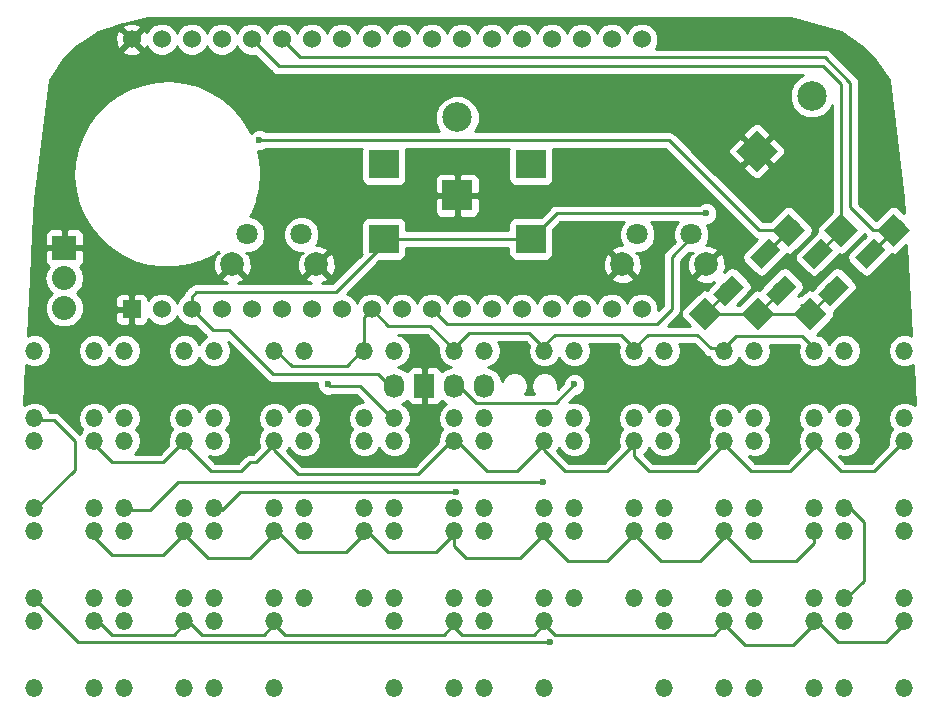
<source format=gbr>
G04 #@! TF.GenerationSoftware,KiCad,Pcbnew,5.0.2+dfsg1-1~bpo9+1*
G04 #@! TF.CreationDate,2021-02-20T06:44:59-05:00*
G04 #@! TF.ProjectId,vexas,76657861-732e-46b6-9963-61645f706362,rev?*
G04 #@! TF.SameCoordinates,Original*
G04 #@! TF.FileFunction,Copper,L2,Bot*
G04 #@! TF.FilePolarity,Positive*
%FSLAX46Y46*%
G04 Gerber Fmt 4.6, Leading zero omitted, Abs format (unit mm)*
G04 Created by KiCad (PCBNEW 5.0.2+dfsg1-1~bpo9+1) date Sat 20 Feb 2021 06:44:59 AM EST*
%MOMM*%
%LPD*%
G01*
G04 APERTURE LIST*
G04 #@! TA.AperFunction,ComponentPad*
%ADD10C,2.499360*%
G04 #@! TD*
G04 #@! TA.AperFunction,Conductor*
%ADD11C,1.000000*%
G04 #@! TD*
G04 #@! TA.AperFunction,ComponentPad*
%ADD12R,2.499360X2.499360*%
G04 #@! TD*
G04 #@! TA.AperFunction,ComponentPad*
%ADD13R,2.032000X2.032000*%
G04 #@! TD*
G04 #@! TA.AperFunction,ComponentPad*
%ADD14O,2.032000X2.032000*%
G04 #@! TD*
G04 #@! TA.AperFunction,ComponentPad*
%ADD15C,2.032000*%
G04 #@! TD*
G04 #@! TA.AperFunction,ComponentPad*
%ADD16C,1.800000*%
G04 #@! TD*
G04 #@! TA.AperFunction,ComponentPad*
%ADD17C,2.000000*%
G04 #@! TD*
G04 #@! TA.AperFunction,ComponentPad*
%ADD18O,1.500000X1.500000*%
G04 #@! TD*
G04 #@! TA.AperFunction,ComponentPad*
%ADD19R,1.524000X1.524000*%
G04 #@! TD*
G04 #@! TA.AperFunction,ComponentPad*
%ADD20C,1.524000*%
G04 #@! TD*
G04 #@! TA.AperFunction,SMDPad,CuDef*
%ADD21C,1.399540*%
G04 #@! TD*
G04 #@! TA.AperFunction,ComponentPad*
%ADD22C,1.998980*%
G04 #@! TD*
G04 #@! TA.AperFunction,SMDPad,CuDef*
%ADD23R,2.500000X2.400000*%
G04 #@! TD*
G04 #@! TA.AperFunction,ComponentPad*
%ADD24R,1.727200X2.032000*%
G04 #@! TD*
G04 #@! TA.AperFunction,ComponentPad*
%ADD25O,1.727200X2.032000*%
G04 #@! TD*
G04 #@! TA.AperFunction,ViaPad*
%ADD26C,0.600000*%
G04 #@! TD*
G04 #@! TA.AperFunction,Conductor*
%ADD27C,0.250000*%
G04 #@! TD*
G04 #@! TA.AperFunction,Conductor*
%ADD28C,0.254000*%
G04 #@! TD*
G04 APERTURE END LIST*
D10*
G04 #@! TO.P,BZ1,2*
G04 #@! TO.N,/GND*
X236425133Y-64056867D03*
D11*
G04 #@! TD*
G04 #@! TO.N,/GND*
G04 #@! TO.C,BZ1*
G36*
X236425133Y-62289553D02*
X238192447Y-64056867D01*
X236425133Y-65824181D01*
X234657819Y-64056867D01*
X236425133Y-62289553D01*
X236425133Y-62289553D01*
G37*
D10*
G04 #@! TO.P,BZ1,1*
G04 #@! TO.N,Net-(BZ1-Pad1)*
X241094867Y-59387133D03*
G04 #@! TD*
D12*
G04 #@! TO.P,BZ2,2*
G04 #@! TO.N,/GND*
X211074000Y-67818001D03*
D10*
G04 #@! TO.P,BZ2,1*
G04 #@! TO.N,Net-(BZ1-Pad1)*
X211074000Y-61213999D03*
G04 #@! TD*
D13*
G04 #@! TO.P,P1,3*
G04 #@! TO.N,/GND*
X177800000Y-72263000D03*
D14*
G04 #@! TO.P,P1,2*
G04 #@! TO.N,/RX*
X177800000Y-74803000D03*
D15*
G04 #@! TO.P,P1,1*
G04 #@! TO.N,/TX*
X177800000Y-77343000D03*
G04 #@! TD*
D16*
G04 #@! TO.P,K37,2*
G04 #@! TO.N,/col6*
X226314000Y-71120000D03*
G04 #@! TO.P,K37,1*
G04 #@! TO.N,/row3*
X230886000Y-71120000D03*
D17*
G04 #@! TO.P,K37,3*
G04 #@! TO.N,/GND*
X225044000Y-73660000D03*
G04 #@! TO.P,K37,4*
X232156000Y-73660000D03*
G04 #@! TD*
D16*
G04 #@! TO.P,K34,2*
G04 #@! TO.N,/col3*
X193294000Y-71120000D03*
G04 #@! TO.P,K34,1*
G04 #@! TO.N,/row3*
X197866000Y-71120000D03*
D17*
G04 #@! TO.P,K34,3*
G04 #@! TO.N,/GND*
X192024000Y-73660000D03*
G04 #@! TO.P,K34,4*
X199136000Y-73660000D03*
G04 #@! TD*
D18*
G04 #@! TO.P,K11,*
G04 #@! TO.N,*
X180340000Y-94288000D03*
X175260000Y-88592000D03*
G04 #@! TO.P,K11,2*
G04 #@! TO.N,/col0*
X175260000Y-94288000D03*
G04 #@! TO.P,K11,1*
G04 #@! TO.N,/row1*
X180340000Y-88592000D03*
G04 #@! TD*
D19*
G04 #@! TO.P,U1,1*
G04 #@! TO.N,/GND*
X183515000Y-77470000D03*
D20*
G04 #@! TO.P,U1,4*
G04 #@! TO.N,Net-(U1-Pad4)*
X191135000Y-77470000D03*
G04 #@! TO.P,U1,5*
G04 #@! TO.N,/RX*
X193675000Y-77470000D03*
G04 #@! TO.P,U1,6*
G04 #@! TO.N,/TX*
X196215000Y-77470000D03*
G04 #@! TO.P,U1,7*
G04 #@! TO.N,Net-(U1-Pad7)*
X198755000Y-77470000D03*
G04 #@! TO.P,U1,8*
G04 #@! TO.N,Net-(U1-Pad8)*
X201295000Y-77470000D03*
G04 #@! TO.P,U1,9*
G04 #@! TO.N,/row0*
X203835000Y-77470000D03*
G04 #@! TO.P,U1,10*
G04 #@! TO.N,Net-(U1-Pad10)*
X206375000Y-77470000D03*
G04 #@! TO.P,U1,11*
G04 #@! TO.N,/row3*
X208915000Y-77470000D03*
G04 #@! TO.P,U1,12*
G04 #@! TO.N,/row2*
X211455000Y-77470000D03*
G04 #@! TO.P,U1,13*
G04 #@! TO.N,/col2*
X213995000Y-77470000D03*
G04 #@! TO.P,U1,14*
G04 #@! TO.N,/SCL*
X216535000Y-77470000D03*
G04 #@! TO.P,U1,15*
G04 #@! TO.N,/col1*
X219075000Y-77470000D03*
G04 #@! TO.P,U1,16*
G04 #@! TO.N,/SDA*
X221615000Y-77470000D03*
G04 #@! TO.P,U1,17*
G04 #@! TO.N,/col0*
X224155000Y-77470000D03*
G04 #@! TO.P,U1,18*
G04 #@! TO.N,Net-(U1-Pad18)*
X226695000Y-77470000D03*
G04 #@! TO.P,U1,19*
G04 #@! TO.N,/row1*
X226695000Y-54610000D03*
G04 #@! TO.P,U1,20*
G04 #@! TO.N,/col8*
X224155000Y-54610000D03*
G04 #@! TO.P,U1,21*
G04 #@! TO.N,/col7*
X221615000Y-54610000D03*
G04 #@! TO.P,U1,22*
G04 #@! TO.N,/col6*
X219075000Y-54610000D03*
G04 #@! TO.P,U1,23*
G04 #@! TO.N,/col5*
X216535000Y-54610000D03*
G04 #@! TO.P,U1,24*
G04 #@! TO.N,Net-(BZ1-Pad1)*
X213995000Y-54610000D03*
G04 #@! TO.P,U1,25*
G04 #@! TO.N,Net-(U1-Pad25)*
X211455000Y-54610000D03*
G04 #@! TO.P,U1,26*
G04 #@! TO.N,Net-(U1-Pad26)*
X208915000Y-54610000D03*
G04 #@! TO.P,U1,27*
G04 #@! TO.N,Net-(U1-Pad27)*
X206375000Y-54610000D03*
G04 #@! TO.P,U1,28*
G04 #@! TO.N,Net-(U1-Pad28)*
X203835000Y-54610000D03*
G04 #@! TO.P,U1,29*
G04 #@! TO.N,Net-(U1-Pad29)*
X201295000Y-54610000D03*
G04 #@! TO.P,U1,30*
G04 #@! TO.N,Net-(U1-Pad30)*
X198755000Y-54610000D03*
G04 #@! TO.P,U1,31*
G04 #@! TO.N,/col4*
X196215000Y-54610000D03*
G04 #@! TO.P,U1,32*
G04 #@! TO.N,/col3*
X193675000Y-54610000D03*
G04 #@! TO.P,U1,33*
G04 #@! TO.N,/col9*
X191135000Y-54610000D03*
G04 #@! TO.P,U1,34*
G04 #@! TO.N,/3.3v*
X188595000Y-54610000D03*
G04 #@! TO.P,U1,35*
G04 #@! TO.N,Net-(U1-Pad35)*
X186055000Y-54610000D03*
G04 #@! TO.P,U1,36*
G04 #@! TO.N,/GND*
X183515000Y-54610000D03*
G04 #@! TO.P,U1,2*
G04 #@! TO.N,Net-(U1-Pad2)*
X186055000Y-77470000D03*
G04 #@! TO.P,U1,3*
G04 #@! TO.N,/3.3v*
X188595000Y-77470000D03*
G04 #@! TD*
D18*
G04 #@! TO.P,K1,*
G04 #@! TO.N,*
X180340000Y-86668000D03*
X175260000Y-80972000D03*
G04 #@! TO.P,K1,2*
G04 #@! TO.N,/col0*
X175260000Y-86668000D03*
G04 #@! TO.P,K1,1*
G04 #@! TO.N,/row0*
X180340000Y-80972000D03*
G04 #@! TD*
G04 #@! TO.P,K2,*
G04 #@! TO.N,*
X187960000Y-86668000D03*
X182880000Y-80972000D03*
G04 #@! TO.P,K2,2*
G04 #@! TO.N,/col1*
X182880000Y-86668000D03*
G04 #@! TO.P,K2,1*
G04 #@! TO.N,/row0*
X187960000Y-80972000D03*
G04 #@! TD*
G04 #@! TO.P,K3,*
G04 #@! TO.N,*
X195580000Y-86668000D03*
X190500000Y-80972000D03*
G04 #@! TO.P,K3,2*
G04 #@! TO.N,/col2*
X190500000Y-86668000D03*
G04 #@! TO.P,K3,1*
G04 #@! TO.N,/row0*
X195580000Y-80972000D03*
G04 #@! TD*
G04 #@! TO.P,K4,*
G04 #@! TO.N,*
X203200000Y-86668000D03*
X198120000Y-80972000D03*
G04 #@! TO.P,K4,2*
G04 #@! TO.N,/col3*
X198120000Y-86668000D03*
G04 #@! TO.P,K4,1*
G04 #@! TO.N,/row0*
X203200000Y-80972000D03*
G04 #@! TD*
G04 #@! TO.P,K5,*
G04 #@! TO.N,*
X210820000Y-86668000D03*
X205740000Y-80972000D03*
G04 #@! TO.P,K5,2*
G04 #@! TO.N,/col4*
X205740000Y-86668000D03*
G04 #@! TO.P,K5,1*
G04 #@! TO.N,/row0*
X210820000Y-80972000D03*
G04 #@! TD*
G04 #@! TO.P,K6,*
G04 #@! TO.N,*
X218440000Y-86668000D03*
X213360000Y-80972000D03*
G04 #@! TO.P,K6,2*
G04 #@! TO.N,/col5*
X213360000Y-86668000D03*
G04 #@! TO.P,K6,1*
G04 #@! TO.N,/row0*
X218440000Y-80972000D03*
G04 #@! TD*
G04 #@! TO.P,K7,*
G04 #@! TO.N,*
X226060000Y-86668000D03*
X220980000Y-80972000D03*
G04 #@! TO.P,K7,2*
G04 #@! TO.N,/col6*
X220980000Y-86668000D03*
G04 #@! TO.P,K7,1*
G04 #@! TO.N,/row0*
X226060000Y-80972000D03*
G04 #@! TD*
G04 #@! TO.P,K8,*
G04 #@! TO.N,*
X233680000Y-86668000D03*
X228600000Y-80972000D03*
G04 #@! TO.P,K8,2*
G04 #@! TO.N,/col7*
X228600000Y-86668000D03*
G04 #@! TO.P,K8,1*
G04 #@! TO.N,/row0*
X233680000Y-80972000D03*
G04 #@! TD*
G04 #@! TO.P,K9,*
G04 #@! TO.N,*
X241300000Y-86668000D03*
X236220000Y-80972000D03*
G04 #@! TO.P,K9,2*
G04 #@! TO.N,/col8*
X236220000Y-86668000D03*
G04 #@! TO.P,K9,1*
G04 #@! TO.N,/row0*
X241300000Y-80972000D03*
G04 #@! TD*
G04 #@! TO.P,K10,*
G04 #@! TO.N,*
X248920000Y-86668000D03*
X243840000Y-80972000D03*
G04 #@! TO.P,K10,2*
G04 #@! TO.N,/col9*
X243840000Y-86668000D03*
G04 #@! TO.P,K10,1*
G04 #@! TO.N,/row0*
X248920000Y-80972000D03*
G04 #@! TD*
G04 #@! TO.P,K12,*
G04 #@! TO.N,*
X187960000Y-94288000D03*
X182880000Y-88592000D03*
G04 #@! TO.P,K12,2*
G04 #@! TO.N,/col1*
X182880000Y-94288000D03*
G04 #@! TO.P,K12,1*
G04 #@! TO.N,/row1*
X187960000Y-88592000D03*
G04 #@! TD*
G04 #@! TO.P,K13,*
G04 #@! TO.N,*
X195580000Y-94288000D03*
X190500000Y-88592000D03*
G04 #@! TO.P,K13,2*
G04 #@! TO.N,/col2*
X190500000Y-94288000D03*
G04 #@! TO.P,K13,1*
G04 #@! TO.N,/row1*
X195580000Y-88592000D03*
G04 #@! TD*
G04 #@! TO.P,K14,*
G04 #@! TO.N,*
X203200000Y-94288000D03*
X198120000Y-88592000D03*
G04 #@! TO.P,K14,2*
G04 #@! TO.N,/col3*
X198120000Y-94288000D03*
G04 #@! TO.P,K14,1*
G04 #@! TO.N,/row1*
X203200000Y-88592000D03*
G04 #@! TD*
G04 #@! TO.P,K15,*
G04 #@! TO.N,*
X210820000Y-94288000D03*
X205740000Y-88592000D03*
G04 #@! TO.P,K15,2*
G04 #@! TO.N,/col4*
X205740000Y-94288000D03*
G04 #@! TO.P,K15,1*
G04 #@! TO.N,/row1*
X210820000Y-88592000D03*
G04 #@! TD*
G04 #@! TO.P,K16,*
G04 #@! TO.N,*
X218440000Y-94288000D03*
X213360000Y-88592000D03*
G04 #@! TO.P,K16,2*
G04 #@! TO.N,/col5*
X213360000Y-94288000D03*
G04 #@! TO.P,K16,1*
G04 #@! TO.N,/row1*
X218440000Y-88592000D03*
G04 #@! TD*
G04 #@! TO.P,K17,*
G04 #@! TO.N,*
X226060000Y-94288000D03*
X220980000Y-88592000D03*
G04 #@! TO.P,K17,2*
G04 #@! TO.N,/col6*
X220980000Y-94288000D03*
G04 #@! TO.P,K17,1*
G04 #@! TO.N,/row1*
X226060000Y-88592000D03*
G04 #@! TD*
G04 #@! TO.P,K18,1*
G04 #@! TO.N,/row1*
X233680000Y-88592000D03*
G04 #@! TO.P,K18,2*
G04 #@! TO.N,/col7*
X228600000Y-94288000D03*
G04 #@! TO.P,K18,*
G04 #@! TO.N,*
X228600000Y-88592000D03*
X233680000Y-94288000D03*
G04 #@! TD*
G04 #@! TO.P,K19,1*
G04 #@! TO.N,/row1*
X241300000Y-88592000D03*
G04 #@! TO.P,K19,2*
G04 #@! TO.N,/col8*
X236220000Y-94288000D03*
G04 #@! TO.P,K19,*
G04 #@! TO.N,*
X236220000Y-88592000D03*
X241300000Y-94288000D03*
G04 #@! TD*
G04 #@! TO.P,K20,1*
G04 #@! TO.N,/row1*
X248920000Y-88592000D03*
G04 #@! TO.P,K20,2*
G04 #@! TO.N,/col9*
X243840000Y-94288000D03*
G04 #@! TO.P,K20,*
G04 #@! TO.N,*
X243840000Y-88592000D03*
X248920000Y-94288000D03*
G04 #@! TD*
G04 #@! TO.P,K21,*
G04 #@! TO.N,*
X180340000Y-101908000D03*
X175260000Y-96212000D03*
G04 #@! TO.P,K21,2*
G04 #@! TO.N,/col0*
X175260000Y-101908000D03*
G04 #@! TO.P,K21,1*
G04 #@! TO.N,/row2*
X180340000Y-96212000D03*
G04 #@! TD*
G04 #@! TO.P,K22,*
G04 #@! TO.N,*
X187960000Y-101908000D03*
X182880000Y-96212000D03*
G04 #@! TO.P,K22,2*
G04 #@! TO.N,/col1*
X182880000Y-101908000D03*
G04 #@! TO.P,K22,1*
G04 #@! TO.N,/row2*
X187960000Y-96212000D03*
G04 #@! TD*
G04 #@! TO.P,K23,*
G04 #@! TO.N,*
X195580000Y-101908000D03*
X190500000Y-96212000D03*
G04 #@! TO.P,K23,2*
G04 #@! TO.N,/col2*
X190500000Y-101908000D03*
G04 #@! TO.P,K23,1*
G04 #@! TO.N,/row2*
X195580000Y-96212000D03*
G04 #@! TD*
G04 #@! TO.P,K24,*
G04 #@! TO.N,*
X203200000Y-101908000D03*
X198120000Y-96212000D03*
G04 #@! TO.P,K24,2*
G04 #@! TO.N,/col3*
X198120000Y-101908000D03*
G04 #@! TO.P,K24,1*
G04 #@! TO.N,/row2*
X203200000Y-96212000D03*
G04 #@! TD*
G04 #@! TO.P,K25,*
G04 #@! TO.N,*
X210820000Y-101908000D03*
X205740000Y-96212000D03*
G04 #@! TO.P,K25,2*
G04 #@! TO.N,/col4*
X205740000Y-101908000D03*
G04 #@! TO.P,K25,1*
G04 #@! TO.N,/row2*
X210820000Y-96212000D03*
G04 #@! TD*
G04 #@! TO.P,K26,*
G04 #@! TO.N,*
X218440000Y-101908000D03*
X213360000Y-96212000D03*
G04 #@! TO.P,K26,2*
G04 #@! TO.N,/col5*
X213360000Y-101908000D03*
G04 #@! TO.P,K26,1*
G04 #@! TO.N,/row2*
X218440000Y-96212000D03*
G04 #@! TD*
G04 #@! TO.P,K27,*
G04 #@! TO.N,*
X226060000Y-101908000D03*
X220980000Y-96212000D03*
G04 #@! TO.P,K27,2*
G04 #@! TO.N,/col6*
X220980000Y-101908000D03*
G04 #@! TO.P,K27,1*
G04 #@! TO.N,/row2*
X226060000Y-96212000D03*
G04 #@! TD*
G04 #@! TO.P,K28,1*
G04 #@! TO.N,/row2*
X233680000Y-96212000D03*
G04 #@! TO.P,K28,2*
G04 #@! TO.N,/col7*
X228600000Y-101908000D03*
G04 #@! TO.P,K28,*
G04 #@! TO.N,*
X228600000Y-96212000D03*
X233680000Y-101908000D03*
G04 #@! TD*
G04 #@! TO.P,K29,1*
G04 #@! TO.N,/row2*
X241300000Y-96212000D03*
G04 #@! TO.P,K29,2*
G04 #@! TO.N,/col8*
X236220000Y-101908000D03*
G04 #@! TO.P,K29,*
G04 #@! TO.N,*
X236220000Y-96212000D03*
X241300000Y-101908000D03*
G04 #@! TD*
G04 #@! TO.P,K30,1*
G04 #@! TO.N,/row2*
X248920000Y-96212000D03*
G04 #@! TO.P,K30,2*
G04 #@! TO.N,/col9*
X243840000Y-101908000D03*
G04 #@! TO.P,K30,*
G04 #@! TO.N,*
X243840000Y-96212000D03*
X248920000Y-101908000D03*
G04 #@! TD*
G04 #@! TO.P,K31,*
G04 #@! TO.N,*
X180340000Y-109528000D03*
X175260000Y-103832000D03*
G04 #@! TO.P,K31,2*
G04 #@! TO.N,/col0*
X175260000Y-109528000D03*
G04 #@! TO.P,K31,1*
G04 #@! TO.N,/row3*
X180340000Y-103832000D03*
G04 #@! TD*
G04 #@! TO.P,K32,*
G04 #@! TO.N,*
X187960000Y-109528000D03*
X182880000Y-103832000D03*
G04 #@! TO.P,K32,2*
G04 #@! TO.N,/col1*
X182880000Y-109528000D03*
G04 #@! TO.P,K32,1*
G04 #@! TO.N,/row3*
X187960000Y-103832000D03*
G04 #@! TD*
G04 #@! TO.P,K33,*
G04 #@! TO.N,*
X195580000Y-109528000D03*
X190500000Y-103832000D03*
G04 #@! TO.P,K33,2*
G04 #@! TO.N,/col2*
X190500000Y-109528000D03*
G04 #@! TO.P,K33,1*
G04 #@! TO.N,/row3*
X195580000Y-103832000D03*
G04 #@! TD*
G04 #@! TO.P,K35,*
G04 #@! TO.N,*
X210820000Y-109528000D03*
X205740000Y-103832000D03*
G04 #@! TO.P,K35,2*
G04 #@! TO.N,/col4*
X205740000Y-109528000D03*
G04 #@! TO.P,K35,1*
G04 #@! TO.N,/row3*
X210820000Y-103832000D03*
G04 #@! TD*
G04 #@! TO.P,K36,*
G04 #@! TO.N,*
X218440000Y-109528000D03*
X213360000Y-103832000D03*
G04 #@! TO.P,K36,2*
G04 #@! TO.N,/col5*
X213360000Y-109528000D03*
G04 #@! TO.P,K36,1*
G04 #@! TO.N,/row3*
X218440000Y-103832000D03*
G04 #@! TD*
G04 #@! TO.P,K38,1*
G04 #@! TO.N,/row3*
X233680000Y-103832000D03*
G04 #@! TO.P,K38,2*
G04 #@! TO.N,/col7*
X228600000Y-109528000D03*
G04 #@! TO.P,K38,*
G04 #@! TO.N,*
X228600000Y-103832000D03*
X233680000Y-109528000D03*
G04 #@! TD*
G04 #@! TO.P,K39,1*
G04 #@! TO.N,/row3*
X241300000Y-103832000D03*
G04 #@! TO.P,K39,2*
G04 #@! TO.N,/col8*
X236220000Y-109528000D03*
G04 #@! TO.P,K39,*
G04 #@! TO.N,*
X236220000Y-103832000D03*
X241300000Y-109528000D03*
G04 #@! TD*
G04 #@! TO.P,K40,1*
G04 #@! TO.N,/row3*
X248920000Y-103832000D03*
G04 #@! TO.P,K40,2*
G04 #@! TO.N,/col9*
X243840000Y-109528000D03*
G04 #@! TO.P,K40,*
G04 #@! TO.N,*
X243840000Y-103832000D03*
X248920000Y-109528000D03*
G04 #@! TD*
D21*
G04 #@! TO.P,R36,1*
G04 #@! TO.N,/3.3v*
X234029620Y-75850380D03*
D11*
G04 #@! TD*
G04 #@! TO.N,/3.3v*
G04 #@! TO.C,R36*
G36*
X233710821Y-77158803D02*
X232721197Y-76169179D01*
X234348419Y-74541957D01*
X235338043Y-75531581D01*
X233710821Y-77158803D01*
X233710821Y-77158803D01*
G37*
D21*
G04 #@! TO.P,R36,2*
G04 #@! TO.N,/col9*
X237140380Y-72739620D03*
D11*
G04 #@! TD*
G04 #@! TO.N,/col9*
G04 #@! TO.C,R36*
G36*
X236821581Y-74048043D02*
X235831957Y-73058419D01*
X237459179Y-71431197D01*
X238448803Y-72420821D01*
X236821581Y-74048043D01*
X236821581Y-74048043D01*
G37*
D22*
G04 #@! TO.P,R36,1*
G04 #@! TO.N,/3.3v*
X232048575Y-77831425D03*
D11*
G04 #@! TD*
G04 #@! TO.N,/3.3v*
G04 #@! TO.C,R36*
G36*
X232048575Y-79244917D02*
X230635083Y-77831425D01*
X232048575Y-76417933D01*
X233462067Y-77831425D01*
X232048575Y-79244917D01*
X232048575Y-79244917D01*
G37*
D22*
G04 #@! TO.P,R36,2*
G04 #@! TO.N,/col9*
X239121425Y-70758575D03*
D11*
G04 #@! TD*
G04 #@! TO.N,/col9*
G04 #@! TO.C,R36*
G36*
X239121425Y-72172067D02*
X237707933Y-70758575D01*
X239121425Y-69345083D01*
X240534917Y-70758575D01*
X239121425Y-72172067D01*
X239121425Y-72172067D01*
G37*
D21*
G04 #@! TO.P,R37,1*
G04 #@! TO.N,/3.3v*
X238474620Y-75850380D03*
D11*
G04 #@! TD*
G04 #@! TO.N,/3.3v*
G04 #@! TO.C,R37*
G36*
X238155821Y-77158803D02*
X237166197Y-76169179D01*
X238793419Y-74541957D01*
X239783043Y-75531581D01*
X238155821Y-77158803D01*
X238155821Y-77158803D01*
G37*
D21*
G04 #@! TO.P,R37,2*
G04 #@! TO.N,/col3*
X241585380Y-72739620D03*
D11*
G04 #@! TD*
G04 #@! TO.N,/col3*
G04 #@! TO.C,R37*
G36*
X241266581Y-74048043D02*
X240276957Y-73058419D01*
X241904179Y-71431197D01*
X242893803Y-72420821D01*
X241266581Y-74048043D01*
X241266581Y-74048043D01*
G37*
D22*
G04 #@! TO.P,R37,1*
G04 #@! TO.N,/3.3v*
X236493575Y-77831425D03*
D11*
G04 #@! TD*
G04 #@! TO.N,/3.3v*
G04 #@! TO.C,R37*
G36*
X236493575Y-79244917D02*
X235080083Y-77831425D01*
X236493575Y-76417933D01*
X237907067Y-77831425D01*
X236493575Y-79244917D01*
X236493575Y-79244917D01*
G37*
D22*
G04 #@! TO.P,R37,2*
G04 #@! TO.N,/col3*
X243566425Y-70758575D03*
D11*
G04 #@! TD*
G04 #@! TO.N,/col3*
G04 #@! TO.C,R37*
G36*
X243566425Y-72172067D02*
X242152933Y-70758575D01*
X243566425Y-69345083D01*
X244979917Y-70758575D01*
X243566425Y-72172067D01*
X243566425Y-72172067D01*
G37*
D21*
G04 #@! TO.P,R38,1*
G04 #@! TO.N,/3.3v*
X242919620Y-75850380D03*
D11*
G04 #@! TD*
G04 #@! TO.N,/3.3v*
G04 #@! TO.C,R38*
G36*
X242600821Y-77158803D02*
X241611197Y-76169179D01*
X243238419Y-74541957D01*
X244228043Y-75531581D01*
X242600821Y-77158803D01*
X242600821Y-77158803D01*
G37*
D21*
G04 #@! TO.P,R38,2*
G04 #@! TO.N,/col4*
X246030380Y-72739620D03*
D11*
G04 #@! TD*
G04 #@! TO.N,/col4*
G04 #@! TO.C,R38*
G36*
X245711581Y-74048043D02*
X244721957Y-73058419D01*
X246349179Y-71431197D01*
X247338803Y-72420821D01*
X245711581Y-74048043D01*
X245711581Y-74048043D01*
G37*
D22*
G04 #@! TO.P,R38,1*
G04 #@! TO.N,/3.3v*
X240938575Y-77831425D03*
D11*
G04 #@! TD*
G04 #@! TO.N,/3.3v*
G04 #@! TO.C,R38*
G36*
X240938575Y-79244917D02*
X239525083Y-77831425D01*
X240938575Y-76417933D01*
X242352067Y-77831425D01*
X240938575Y-79244917D01*
X240938575Y-79244917D01*
G37*
D22*
G04 #@! TO.P,R38,2*
G04 #@! TO.N,/col4*
X248011425Y-70758575D03*
D11*
G04 #@! TD*
G04 #@! TO.N,/col4*
G04 #@! TO.C,R38*
G36*
X248011425Y-72172067D02*
X246597933Y-70758575D01*
X248011425Y-69345083D01*
X249424917Y-70758575D01*
X248011425Y-72172067D01*
X248011425Y-72172067D01*
G37*
D23*
G04 #@! TO.P,R1,1*
G04 #@! TO.N,/3.3v*
X204851000Y-71476000D03*
G04 #@! TO.P,R1,2*
G04 #@! TO.N,/SCL*
X204851000Y-65176000D03*
G04 #@! TD*
G04 #@! TO.P,R2,1*
G04 #@! TO.N,/3.3v*
X217297000Y-71476000D03*
G04 #@! TO.P,R2,2*
G04 #@! TO.N,/SDA*
X217297000Y-65176000D03*
G04 #@! TD*
D24*
G04 #@! TO.P,P2,2*
G04 #@! TO.N,/GND*
X208280000Y-83947000D03*
D25*
G04 #@! TO.P,P2,1*
G04 #@! TO.N,/3.3v*
X205740000Y-83947000D03*
G04 #@! TO.P,P2,3*
G04 #@! TO.N,/SDA*
X210820000Y-83947000D03*
G04 #@! TO.P,P2,4*
G04 #@! TO.N,/SCL*
X213360000Y-83947000D03*
G04 #@! TD*
D26*
G04 #@! TO.N,/col0*
X218948000Y-105664000D03*
G04 #@! TO.N,/col1*
X218313000Y-92075000D03*
G04 #@! TO.N,/col2*
X210947000Y-92964000D03*
G04 #@! TO.N,/col4*
X200152000Y-83820000D03*
G04 #@! TO.N,/col9*
X194310000Y-63119000D03*
G04 #@! TO.N,/SCL*
X204724000Y-65405000D03*
G04 #@! TO.N,/SDA*
X217297000Y-65278000D03*
X220980000Y-83820000D03*
G04 #@! TO.N,/3.3v*
X232156000Y-69342000D03*
G04 #@! TD*
D27*
G04 #@! TO.N,/col0*
X175260000Y-86868000D02*
X176911000Y-86868000D01*
X178689000Y-91059000D02*
X175260000Y-94488000D01*
X178689000Y-88646000D02*
X178689000Y-91059000D01*
X176911000Y-86868000D02*
X178689000Y-88646000D01*
X175260000Y-102108000D02*
X175387000Y-102108000D01*
X175387000Y-102108000D02*
X178943000Y-105664000D01*
X178943000Y-105664000D02*
X218948000Y-105664000D01*
G04 #@! TO.N,/row0*
X226060000Y-80772000D02*
X227203000Y-79629000D01*
X232537000Y-80772000D02*
X233680000Y-80772000D01*
X231394000Y-79629000D02*
X232537000Y-80772000D01*
X227203000Y-79629000D02*
X231394000Y-79629000D01*
X218440000Y-80772000D02*
X218440000Y-80518000D01*
X218440000Y-80518000D02*
X219329000Y-79629000D01*
X224917000Y-79629000D02*
X226060000Y-80772000D01*
X219329000Y-79629000D02*
X224917000Y-79629000D01*
X210820000Y-80772000D02*
X212090000Y-79502000D01*
X217170000Y-79502000D02*
X218440000Y-80772000D01*
X212090000Y-79502000D02*
X217170000Y-79502000D01*
X203835000Y-77470000D02*
X205232000Y-78867000D01*
X208788000Y-78867000D02*
X210693000Y-80772000D01*
X205232000Y-78867000D02*
X208788000Y-78867000D01*
X210693000Y-80772000D02*
X210820000Y-80772000D01*
X203200000Y-80772000D02*
X203200000Y-78105000D01*
X203200000Y-78105000D02*
X203835000Y-77470000D01*
X195580000Y-80772000D02*
X195580000Y-80780000D01*
X195580000Y-80780000D02*
X197053000Y-82253000D01*
X197053000Y-82253000D02*
X201719000Y-82253000D01*
X201719000Y-82253000D02*
X203200000Y-80772000D01*
X203200000Y-81280000D02*
X203200000Y-81026000D01*
X240284000Y-79756000D02*
X241300000Y-80772000D01*
X233680000Y-80772000D02*
X234696000Y-79756000D01*
X234696000Y-79756000D02*
X240284000Y-79756000D01*
G04 #@! TO.N,/col1*
X182880000Y-94488000D02*
X185039000Y-94488000D01*
X187452000Y-92075000D02*
X218313000Y-92075000D01*
X185039000Y-94488000D02*
X187452000Y-92075000D01*
X182880000Y-86487000D02*
X182880000Y-86868000D01*
G04 #@! TO.N,/col2*
X190500000Y-94488000D02*
X191135000Y-94488000D01*
X191135000Y-94488000D02*
X192659000Y-92964000D01*
X192659000Y-92964000D02*
X210947000Y-92964000D01*
X190500000Y-86868000D02*
X190500000Y-86360000D01*
G04 #@! TO.N,/col3*
X241585380Y-72739620D02*
X243566425Y-70758575D01*
X195961000Y-56896000D02*
X193675000Y-54610000D01*
X242062000Y-56896000D02*
X195961000Y-56896000D01*
X243566425Y-70758575D02*
X243566425Y-58400425D01*
X243566425Y-58400425D02*
X242062000Y-56896000D01*
G04 #@! TO.N,/col4*
X205740000Y-86868000D02*
X202819000Y-83947000D01*
X202819000Y-83947000D02*
X200279000Y-83947000D01*
X200279000Y-83947000D02*
X200152000Y-83820000D01*
X246030380Y-72739620D02*
X248011425Y-70758575D01*
X244348000Y-68834000D02*
X246272575Y-70758575D01*
X242189000Y-56134000D02*
X244348000Y-58293000D01*
X196215000Y-54610000D02*
X197739000Y-56134000D01*
X246272575Y-70758575D02*
X248011425Y-70758575D01*
X244348000Y-58293000D02*
X244348000Y-68834000D01*
X197739000Y-56134000D02*
X242189000Y-56134000D01*
G04 #@! TO.N,/col9*
X236620575Y-70758575D02*
X239121425Y-70758575D01*
X228981000Y-63119000D02*
X194310000Y-63119000D01*
X236620575Y-70758575D02*
X228981000Y-63119000D01*
X243840000Y-94488000D02*
X244475000Y-94488000D01*
X244475000Y-94488000D02*
X245491000Y-95504000D01*
X245491000Y-95504000D02*
X245491000Y-100457000D01*
X245491000Y-100457000D02*
X243840000Y-102108000D01*
X237140380Y-72739620D02*
X239121425Y-70758575D01*
G04 #@! TO.N,/row1*
X241300000Y-89154000D02*
X239268000Y-91186000D01*
X235966000Y-91186000D02*
X233680000Y-88900000D01*
X239268000Y-91186000D02*
X235966000Y-91186000D01*
X197612000Y-91440000D02*
X207772000Y-91440000D01*
X197612000Y-91440000D02*
X195580000Y-89408000D01*
X195580000Y-88900000D02*
X195580000Y-89408000D01*
X207772000Y-91440000D02*
X210820000Y-88392000D01*
X216154000Y-91186000D02*
X213614000Y-91186000D01*
X213614000Y-91186000D02*
X210820000Y-88392000D01*
X218440000Y-88900000D02*
X216154000Y-91186000D01*
X248920000Y-88900000D02*
X248666000Y-88900000D01*
X248666000Y-88900000D02*
X246380000Y-91186000D01*
X246380000Y-91186000D02*
X243586000Y-91186000D01*
X243586000Y-91186000D02*
X241300000Y-88900000D01*
X241300000Y-88900000D02*
X241300000Y-89154000D01*
X233680000Y-88900000D02*
X231394000Y-91186000D01*
X231394000Y-91186000D02*
X227330000Y-91186000D01*
X227330000Y-91186000D02*
X226060000Y-89916000D01*
X226060000Y-89916000D02*
X226060000Y-88900000D01*
X226060000Y-88900000D02*
X223774000Y-91186000D01*
X223774000Y-91186000D02*
X220218000Y-91186000D01*
X220218000Y-91186000D02*
X218440000Y-89408000D01*
X218440000Y-89408000D02*
X218440000Y-88900000D01*
X195580000Y-88900000D02*
X194056000Y-90424000D01*
X194056000Y-90424000D02*
X193548000Y-90424000D01*
X193548000Y-90424000D02*
X192786000Y-91186000D01*
X192786000Y-91186000D02*
X190246000Y-91186000D01*
X190246000Y-91186000D02*
X187960000Y-88900000D01*
X187960000Y-88900000D02*
X187706000Y-88900000D01*
X187706000Y-88900000D02*
X186182000Y-90424000D01*
X186182000Y-90424000D02*
X181864000Y-90424000D01*
X181864000Y-90424000D02*
X180340000Y-88900000D01*
G04 #@! TO.N,/row2*
X180340000Y-96520000D02*
X180340000Y-96774000D01*
X180340000Y-96774000D02*
X181864000Y-98298000D01*
X181864000Y-98298000D02*
X186182000Y-98298000D01*
X186182000Y-98298000D02*
X187960000Y-96520000D01*
X187960000Y-96520000D02*
X189992000Y-98552000D01*
X189992000Y-98552000D02*
X193548000Y-98552000D01*
X193548000Y-98552000D02*
X195580000Y-96520000D01*
X195580000Y-96520000D02*
X196088000Y-96520000D01*
X196088000Y-96520000D02*
X197612000Y-98044000D01*
X197612000Y-98044000D02*
X201676000Y-98044000D01*
X201676000Y-98044000D02*
X203200000Y-96520000D01*
X203200000Y-96520000D02*
X203708000Y-96520000D01*
X203708000Y-96520000D02*
X205232000Y-98044000D01*
X205232000Y-98044000D02*
X209296000Y-98044000D01*
X209296000Y-98044000D02*
X210820000Y-96520000D01*
X241300000Y-96520000D02*
X241300000Y-97282000D01*
X241300000Y-97282000D02*
X239776000Y-98806000D01*
X239776000Y-98806000D02*
X235966000Y-98806000D01*
X235966000Y-98806000D02*
X233680000Y-96520000D01*
X233680000Y-96520000D02*
X233680000Y-96774000D01*
X233680000Y-96774000D02*
X231648000Y-98806000D01*
X231648000Y-98806000D02*
X228346000Y-98806000D01*
X228346000Y-98806000D02*
X226060000Y-96520000D01*
X226060000Y-96520000D02*
X223774000Y-98806000D01*
X223774000Y-98806000D02*
X220472000Y-98806000D01*
X220472000Y-98806000D02*
X218440000Y-96774000D01*
X218440000Y-96774000D02*
X218440000Y-96520000D01*
X218440000Y-96520000D02*
X216408000Y-98552000D01*
X216408000Y-98552000D02*
X211836000Y-98552000D01*
X211836000Y-98552000D02*
X210820000Y-97536000D01*
X210820000Y-97536000D02*
X210820000Y-96520000D01*
G04 #@! TO.N,/row3*
X208915000Y-77470000D02*
X210185000Y-78740000D01*
X229235000Y-73025000D02*
X231140000Y-71120000D01*
X229235000Y-77470000D02*
X229235000Y-73025000D01*
X227965000Y-78740000D02*
X229235000Y-77470000D01*
X210185000Y-78740000D02*
X227965000Y-78740000D01*
X233680000Y-104140000D02*
X235458000Y-105918000D01*
X239522000Y-105918000D02*
X241300000Y-104140000D01*
X235458000Y-105918000D02*
X239522000Y-105918000D01*
X219329000Y-105029000D02*
X232791000Y-105029000D01*
X218440000Y-104140000D02*
X219329000Y-105029000D01*
X232791000Y-105029000D02*
X233680000Y-104140000D01*
X180340000Y-104140000D02*
X180340000Y-103505000D01*
X187071000Y-105029000D02*
X187960000Y-104140000D01*
X181864000Y-105029000D02*
X187071000Y-105029000D01*
X180340000Y-103505000D02*
X181864000Y-105029000D01*
X187960000Y-104140000D02*
X187960000Y-103505000D01*
X187960000Y-103505000D02*
X189484000Y-105029000D01*
X189484000Y-105029000D02*
X194691000Y-105029000D01*
X194691000Y-105029000D02*
X195580000Y-104140000D01*
X195580000Y-104140000D02*
X196469000Y-105029000D01*
X196469000Y-105029000D02*
X209931000Y-105029000D01*
X209931000Y-105029000D02*
X210820000Y-104140000D01*
X210820000Y-104140000D02*
X210820000Y-104394000D01*
X210820000Y-104394000D02*
X211455000Y-105029000D01*
X211455000Y-105029000D02*
X217551000Y-105029000D01*
X217551000Y-105029000D02*
X218440000Y-104140000D01*
X241300000Y-104140000D02*
X241808000Y-104140000D01*
X241808000Y-104140000D02*
X243332000Y-105664000D01*
X243332000Y-105664000D02*
X247396000Y-105664000D01*
X247396000Y-105664000D02*
X248920000Y-104140000D01*
G04 #@! TO.N,/SCL*
X204724000Y-65405000D02*
X204851000Y-65278000D01*
X204851000Y-65278000D02*
X204851000Y-65176000D01*
G04 #@! TO.N,/SDA*
X217297000Y-65278000D02*
X217297000Y-65176000D01*
X219400000Y-85400000D02*
X220980000Y-83820000D01*
X212654000Y-85400000D02*
X219400000Y-85400000D01*
X210820000Y-83947000D02*
X210820000Y-83566000D01*
X210820000Y-83566000D02*
X212654000Y-85400000D01*
G04 #@! TO.N,/3.3v*
X205359000Y-83947000D02*
X204343000Y-82931000D01*
X205740000Y-83947000D02*
X205359000Y-83947000D01*
X204343000Y-82931000D02*
X195453000Y-82931000D01*
X190373000Y-79248000D02*
X188595000Y-77470000D01*
X191770000Y-79248000D02*
X190373000Y-79248000D01*
X195453000Y-82931000D02*
X191770000Y-79248000D01*
X240938575Y-77831425D02*
X240938575Y-77743575D01*
X242919620Y-75850380D02*
X240938575Y-77831425D01*
X234029620Y-75850380D02*
X232048575Y-77831425D01*
X238474620Y-75850380D02*
X236493575Y-77831425D01*
X204851000Y-71476000D02*
X217297000Y-71476000D01*
X188987370Y-76000000D02*
X200800000Y-76000000D01*
X204851000Y-71949000D02*
X204851000Y-71476000D01*
X188595000Y-77470000D02*
X188595000Y-76392370D01*
X200800000Y-76000000D02*
X204851000Y-71949000D01*
X188595000Y-76392370D02*
X188987370Y-76000000D01*
X240161119Y-77053969D02*
X240938575Y-77831425D01*
X217347000Y-71476000D02*
X217297000Y-71476000D01*
X232156000Y-69342000D02*
X219481000Y-69342000D01*
X219481000Y-69342000D02*
X217347000Y-71476000D01*
X240938575Y-77831425D02*
X236493575Y-77831425D01*
X236493575Y-77831425D02*
X232048575Y-77831425D01*
G04 #@! TO.N,/RX*
X193675000Y-77470000D02*
X193675000Y-77724000D01*
G04 #@! TD*
D28*
G04 #@! TO.N,/GND*
G36*
X243538382Y-53992235D02*
X245292671Y-55161761D01*
X246463243Y-56332334D01*
X247601273Y-58039380D01*
X248847407Y-68008466D01*
X248919925Y-69337965D01*
X248469234Y-68887274D01*
X248259190Y-68746926D01*
X248011425Y-68697643D01*
X247763660Y-68746926D01*
X247553616Y-68887274D01*
X246514846Y-69926044D01*
X245108000Y-68519199D01*
X245108000Y-58367846D01*
X245122888Y-58292999D01*
X245108000Y-58218152D01*
X245108000Y-58218148D01*
X245063904Y-57996463D01*
X244895929Y-57745071D01*
X244832473Y-57702671D01*
X242779331Y-55649530D01*
X242736929Y-55586071D01*
X242485537Y-55418096D01*
X242263852Y-55374000D01*
X242263847Y-55374000D01*
X242189000Y-55359112D01*
X242114153Y-55374000D01*
X227890643Y-55374000D01*
X228092000Y-54887881D01*
X228092000Y-54332119D01*
X227879320Y-53818663D01*
X227486337Y-53425680D01*
X226972881Y-53213000D01*
X226417119Y-53213000D01*
X225903663Y-53425680D01*
X225510680Y-53818663D01*
X225425000Y-54025513D01*
X225339320Y-53818663D01*
X224946337Y-53425680D01*
X224432881Y-53213000D01*
X223877119Y-53213000D01*
X223363663Y-53425680D01*
X222970680Y-53818663D01*
X222885000Y-54025513D01*
X222799320Y-53818663D01*
X222406337Y-53425680D01*
X221892881Y-53213000D01*
X221337119Y-53213000D01*
X220823663Y-53425680D01*
X220430680Y-53818663D01*
X220345000Y-54025513D01*
X220259320Y-53818663D01*
X219866337Y-53425680D01*
X219352881Y-53213000D01*
X218797119Y-53213000D01*
X218283663Y-53425680D01*
X217890680Y-53818663D01*
X217805000Y-54025513D01*
X217719320Y-53818663D01*
X217326337Y-53425680D01*
X216812881Y-53213000D01*
X216257119Y-53213000D01*
X215743663Y-53425680D01*
X215350680Y-53818663D01*
X215265000Y-54025513D01*
X215179320Y-53818663D01*
X214786337Y-53425680D01*
X214272881Y-53213000D01*
X213717119Y-53213000D01*
X213203663Y-53425680D01*
X212810680Y-53818663D01*
X212725000Y-54025513D01*
X212639320Y-53818663D01*
X212246337Y-53425680D01*
X211732881Y-53213000D01*
X211177119Y-53213000D01*
X210663663Y-53425680D01*
X210270680Y-53818663D01*
X210185000Y-54025513D01*
X210099320Y-53818663D01*
X209706337Y-53425680D01*
X209192881Y-53213000D01*
X208637119Y-53213000D01*
X208123663Y-53425680D01*
X207730680Y-53818663D01*
X207645000Y-54025513D01*
X207559320Y-53818663D01*
X207166337Y-53425680D01*
X206652881Y-53213000D01*
X206097119Y-53213000D01*
X205583663Y-53425680D01*
X205190680Y-53818663D01*
X205105000Y-54025513D01*
X205019320Y-53818663D01*
X204626337Y-53425680D01*
X204112881Y-53213000D01*
X203557119Y-53213000D01*
X203043663Y-53425680D01*
X202650680Y-53818663D01*
X202565000Y-54025513D01*
X202479320Y-53818663D01*
X202086337Y-53425680D01*
X201572881Y-53213000D01*
X201017119Y-53213000D01*
X200503663Y-53425680D01*
X200110680Y-53818663D01*
X200025000Y-54025513D01*
X199939320Y-53818663D01*
X199546337Y-53425680D01*
X199032881Y-53213000D01*
X198477119Y-53213000D01*
X197963663Y-53425680D01*
X197570680Y-53818663D01*
X197485000Y-54025513D01*
X197399320Y-53818663D01*
X197006337Y-53425680D01*
X196492881Y-53213000D01*
X195937119Y-53213000D01*
X195423663Y-53425680D01*
X195030680Y-53818663D01*
X194945000Y-54025513D01*
X194859320Y-53818663D01*
X194466337Y-53425680D01*
X193952881Y-53213000D01*
X193397119Y-53213000D01*
X192883663Y-53425680D01*
X192490680Y-53818663D01*
X192405000Y-54025513D01*
X192319320Y-53818663D01*
X191926337Y-53425680D01*
X191412881Y-53213000D01*
X190857119Y-53213000D01*
X190343663Y-53425680D01*
X189950680Y-53818663D01*
X189865000Y-54025513D01*
X189779320Y-53818663D01*
X189386337Y-53425680D01*
X188872881Y-53213000D01*
X188317119Y-53213000D01*
X187803663Y-53425680D01*
X187410680Y-53818663D01*
X187325000Y-54025513D01*
X187239320Y-53818663D01*
X186846337Y-53425680D01*
X186332881Y-53213000D01*
X185777119Y-53213000D01*
X185263663Y-53425680D01*
X184870680Y-53818663D01*
X184791572Y-54009647D01*
X184737397Y-53878857D01*
X184495213Y-53809392D01*
X183694605Y-54610000D01*
X184495213Y-55410608D01*
X184737397Y-55341143D01*
X184787535Y-55200607D01*
X184870680Y-55401337D01*
X185263663Y-55794320D01*
X185777119Y-56007000D01*
X186332881Y-56007000D01*
X186846337Y-55794320D01*
X187239320Y-55401337D01*
X187325000Y-55194487D01*
X187410680Y-55401337D01*
X187803663Y-55794320D01*
X188317119Y-56007000D01*
X188872881Y-56007000D01*
X189386337Y-55794320D01*
X189779320Y-55401337D01*
X189865000Y-55194487D01*
X189950680Y-55401337D01*
X190343663Y-55794320D01*
X190857119Y-56007000D01*
X191412881Y-56007000D01*
X191926337Y-55794320D01*
X192319320Y-55401337D01*
X192405000Y-55194487D01*
X192490680Y-55401337D01*
X192883663Y-55794320D01*
X193397119Y-56007000D01*
X193952881Y-56007000D01*
X193984218Y-55994020D01*
X195370670Y-57380472D01*
X195413071Y-57443929D01*
X195664463Y-57611904D01*
X195886148Y-57656000D01*
X195886152Y-57656000D01*
X195960999Y-57670888D01*
X196035846Y-57656000D01*
X240349285Y-57656000D01*
X240027282Y-57789378D01*
X239497112Y-58319548D01*
X239210187Y-59012247D01*
X239210187Y-59762019D01*
X239497112Y-60454718D01*
X240027282Y-60984888D01*
X240719981Y-61271813D01*
X241469753Y-61271813D01*
X242162452Y-60984888D01*
X242692622Y-60454718D01*
X242806426Y-60179971D01*
X242806425Y-69189465D01*
X241695124Y-70300766D01*
X241554776Y-70510810D01*
X241505493Y-70758575D01*
X241536273Y-70913316D01*
X241446370Y-70973388D01*
X239819148Y-72600610D01*
X239678800Y-72810654D01*
X239629517Y-73058419D01*
X239678800Y-73306184D01*
X239819148Y-73516228D01*
X240808772Y-74505852D01*
X241018816Y-74646200D01*
X241266581Y-74695483D01*
X241514346Y-74646200D01*
X241724390Y-74505852D01*
X243351612Y-72878630D01*
X243411684Y-72788727D01*
X243566425Y-72819507D01*
X243814190Y-72770224D01*
X244024234Y-72629876D01*
X245437726Y-71216384D01*
X245524987Y-71085789D01*
X245651978Y-71212780D01*
X244264148Y-72600610D01*
X244123800Y-72810654D01*
X244074517Y-73058419D01*
X244123800Y-73306184D01*
X244264148Y-73516228D01*
X245253772Y-74505852D01*
X245463816Y-74646200D01*
X245711581Y-74695483D01*
X245959346Y-74646200D01*
X246169390Y-74505852D01*
X247796612Y-72878630D01*
X247856684Y-72788727D01*
X248011425Y-72819507D01*
X248259190Y-72770224D01*
X248469234Y-72629876D01*
X249066885Y-72032225D01*
X249484214Y-79683271D01*
X249460400Y-79667359D01*
X249056407Y-79587000D01*
X248783593Y-79587000D01*
X248379600Y-79667359D01*
X247921471Y-79973471D01*
X247615359Y-80431600D01*
X247507867Y-80972000D01*
X247615359Y-81512400D01*
X247921471Y-81970529D01*
X248379600Y-82276641D01*
X248783593Y-82357000D01*
X249056407Y-82357000D01*
X249460400Y-82276641D01*
X249619859Y-82170094D01*
X249806657Y-85594720D01*
X249460400Y-85363359D01*
X249056407Y-85283000D01*
X248783593Y-85283000D01*
X248379600Y-85363359D01*
X247921471Y-85669471D01*
X247615359Y-86127600D01*
X247507867Y-86668000D01*
X247615359Y-87208400D01*
X247897063Y-87630000D01*
X247615359Y-88051600D01*
X247507867Y-88592000D01*
X247572793Y-88918405D01*
X246065199Y-90426000D01*
X243900802Y-90426000D01*
X243389281Y-89914480D01*
X243703593Y-89977000D01*
X243976407Y-89977000D01*
X244380400Y-89896641D01*
X244838529Y-89590529D01*
X245144641Y-89132400D01*
X245252133Y-88592000D01*
X245144641Y-88051600D01*
X244862937Y-87630000D01*
X245144641Y-87208400D01*
X245252133Y-86668000D01*
X245144641Y-86127600D01*
X244838529Y-85669471D01*
X244380400Y-85363359D01*
X243976407Y-85283000D01*
X243703593Y-85283000D01*
X243299600Y-85363359D01*
X242841471Y-85669471D01*
X242570000Y-86075756D01*
X242298529Y-85669471D01*
X241840400Y-85363359D01*
X241436407Y-85283000D01*
X241163593Y-85283000D01*
X240759600Y-85363359D01*
X240301471Y-85669471D01*
X239995359Y-86127600D01*
X239887867Y-86668000D01*
X239995359Y-87208400D01*
X240277063Y-87630000D01*
X239995359Y-88051600D01*
X239887867Y-88592000D01*
X239995359Y-89132400D01*
X240096071Y-89283127D01*
X238953199Y-90426000D01*
X236280802Y-90426000D01*
X235769281Y-89914480D01*
X236083593Y-89977000D01*
X236356407Y-89977000D01*
X236760400Y-89896641D01*
X237218529Y-89590529D01*
X237524641Y-89132400D01*
X237632133Y-88592000D01*
X237524641Y-88051600D01*
X237242937Y-87630000D01*
X237524641Y-87208400D01*
X237632133Y-86668000D01*
X237524641Y-86127600D01*
X237218529Y-85669471D01*
X236760400Y-85363359D01*
X236356407Y-85283000D01*
X236083593Y-85283000D01*
X235679600Y-85363359D01*
X235221471Y-85669471D01*
X234950000Y-86075756D01*
X234678529Y-85669471D01*
X234220400Y-85363359D01*
X233816407Y-85283000D01*
X233543593Y-85283000D01*
X233139600Y-85363359D01*
X232681471Y-85669471D01*
X232375359Y-86127600D01*
X232267867Y-86668000D01*
X232375359Y-87208400D01*
X232657063Y-87630000D01*
X232375359Y-88051600D01*
X232267867Y-88592000D01*
X232374934Y-89130264D01*
X231079199Y-90426000D01*
X227644802Y-90426000D01*
X226909145Y-89690344D01*
X227058529Y-89590529D01*
X227330000Y-89184244D01*
X227601471Y-89590529D01*
X228059600Y-89896641D01*
X228463593Y-89977000D01*
X228736407Y-89977000D01*
X229140400Y-89896641D01*
X229598529Y-89590529D01*
X229904641Y-89132400D01*
X230012133Y-88592000D01*
X229904641Y-88051600D01*
X229622937Y-87630000D01*
X229904641Y-87208400D01*
X230012133Y-86668000D01*
X229904641Y-86127600D01*
X229598529Y-85669471D01*
X229140400Y-85363359D01*
X228736407Y-85283000D01*
X228463593Y-85283000D01*
X228059600Y-85363359D01*
X227601471Y-85669471D01*
X227330000Y-86075756D01*
X227058529Y-85669471D01*
X226600400Y-85363359D01*
X226196407Y-85283000D01*
X225923593Y-85283000D01*
X225519600Y-85363359D01*
X225061471Y-85669471D01*
X224755359Y-86127600D01*
X224647867Y-86668000D01*
X224755359Y-87208400D01*
X225037063Y-87630000D01*
X224755359Y-88051600D01*
X224647867Y-88592000D01*
X224754934Y-89130264D01*
X223459199Y-90426000D01*
X220532802Y-90426000D01*
X219542190Y-89435389D01*
X219710000Y-89184244D01*
X219981471Y-89590529D01*
X220439600Y-89896641D01*
X220843593Y-89977000D01*
X221116407Y-89977000D01*
X221520400Y-89896641D01*
X221978529Y-89590529D01*
X222284641Y-89132400D01*
X222392133Y-88592000D01*
X222284641Y-88051600D01*
X222002937Y-87630000D01*
X222284641Y-87208400D01*
X222392133Y-86668000D01*
X222284641Y-86127600D01*
X221978529Y-85669471D01*
X221520400Y-85363359D01*
X221116407Y-85283000D01*
X220843593Y-85283000D01*
X220529281Y-85345520D01*
X221119802Y-84755000D01*
X221165983Y-84755000D01*
X221509635Y-84612655D01*
X221772655Y-84349635D01*
X221915000Y-84005983D01*
X221915000Y-83634017D01*
X221772655Y-83290365D01*
X221509635Y-83027345D01*
X221165983Y-82885000D01*
X220794017Y-82885000D01*
X220450365Y-83027345D01*
X220187345Y-83290365D01*
X220045000Y-83634017D01*
X220045000Y-83680198D01*
X219562484Y-84162714D01*
X219605392Y-83947000D01*
X219516682Y-83501024D01*
X219264057Y-83122943D01*
X218885976Y-82870318D01*
X218552572Y-82804000D01*
X218327428Y-82804000D01*
X217994024Y-82870318D01*
X217615943Y-83122943D01*
X217363318Y-83501024D01*
X217274608Y-83947000D01*
X217363318Y-84392976D01*
X217528374Y-84640000D01*
X216811626Y-84640000D01*
X216976682Y-84392976D01*
X217065392Y-83947000D01*
X216976682Y-83501024D01*
X216724057Y-83122943D01*
X216345976Y-82870318D01*
X216012572Y-82804000D01*
X215787428Y-82804000D01*
X215454024Y-82870318D01*
X215075943Y-83122943D01*
X214828131Y-83493822D01*
X214771650Y-83209875D01*
X214440430Y-82714170D01*
X213944724Y-82382950D01*
X213655336Y-82325387D01*
X213900400Y-82276641D01*
X214358529Y-81970529D01*
X214664641Y-81512400D01*
X214772133Y-80972000D01*
X214664641Y-80431600D01*
X214551318Y-80262000D01*
X216855199Y-80262000D01*
X217117016Y-80523817D01*
X217027867Y-80972000D01*
X217135359Y-81512400D01*
X217441471Y-81970529D01*
X217899600Y-82276641D01*
X218303593Y-82357000D01*
X218576407Y-82357000D01*
X218980400Y-82276641D01*
X219438529Y-81970529D01*
X219710000Y-81564244D01*
X219981471Y-81970529D01*
X220439600Y-82276641D01*
X220843593Y-82357000D01*
X221116407Y-82357000D01*
X221520400Y-82276641D01*
X221978529Y-81970529D01*
X222284641Y-81512400D01*
X222392133Y-80972000D01*
X222284641Y-80431600D01*
X222256177Y-80389000D01*
X224602199Y-80389000D01*
X224737016Y-80523817D01*
X224647867Y-80972000D01*
X224755359Y-81512400D01*
X225061471Y-81970529D01*
X225519600Y-82276641D01*
X225923593Y-82357000D01*
X226196407Y-82357000D01*
X226600400Y-82276641D01*
X227058529Y-81970529D01*
X227330000Y-81564244D01*
X227601471Y-81970529D01*
X228059600Y-82276641D01*
X228463593Y-82357000D01*
X228736407Y-82357000D01*
X229140400Y-82276641D01*
X229598529Y-81970529D01*
X229904641Y-81512400D01*
X230012133Y-80972000D01*
X229904641Y-80431600D01*
X229876177Y-80389000D01*
X231079199Y-80389000D01*
X231946671Y-81256473D01*
X231989071Y-81319929D01*
X232240463Y-81487904D01*
X232377160Y-81515095D01*
X232681471Y-81970529D01*
X233139600Y-82276641D01*
X233543593Y-82357000D01*
X233816407Y-82357000D01*
X234220400Y-82276641D01*
X234678529Y-81970529D01*
X234950000Y-81564244D01*
X235221471Y-81970529D01*
X235679600Y-82276641D01*
X236083593Y-82357000D01*
X236356407Y-82357000D01*
X236760400Y-82276641D01*
X237218529Y-81970529D01*
X237524641Y-81512400D01*
X237632133Y-80972000D01*
X237541429Y-80516000D01*
X239969199Y-80516000D01*
X239977016Y-80523817D01*
X239887867Y-80972000D01*
X239995359Y-81512400D01*
X240301471Y-81970529D01*
X240759600Y-82276641D01*
X241163593Y-82357000D01*
X241436407Y-82357000D01*
X241840400Y-82276641D01*
X242298529Y-81970529D01*
X242570000Y-81564244D01*
X242841471Y-81970529D01*
X243299600Y-82276641D01*
X243703593Y-82357000D01*
X243976407Y-82357000D01*
X244380400Y-82276641D01*
X244838529Y-81970529D01*
X245144641Y-81512400D01*
X245252133Y-80972000D01*
X245144641Y-80431600D01*
X244838529Y-79973471D01*
X244380400Y-79667359D01*
X243976407Y-79587000D01*
X243703593Y-79587000D01*
X243299600Y-79667359D01*
X242841471Y-79973471D01*
X242570000Y-80379756D01*
X242298529Y-79973471D01*
X241840400Y-79667359D01*
X241499550Y-79599560D01*
X242809876Y-78289234D01*
X242950224Y-78079190D01*
X242999507Y-77831425D01*
X242968727Y-77676684D01*
X243058630Y-77616612D01*
X244685852Y-75989390D01*
X244826200Y-75779346D01*
X244875483Y-75531581D01*
X244826200Y-75283816D01*
X244685852Y-75073772D01*
X243696228Y-74084148D01*
X243486184Y-73943800D01*
X243238419Y-73894517D01*
X242990654Y-73943800D01*
X242780610Y-74084148D01*
X241153388Y-75711370D01*
X241093316Y-75801273D01*
X240938575Y-75770493D01*
X240690810Y-75819776D01*
X240480766Y-75960124D01*
X240161695Y-76279195D01*
X240161119Y-76279081D01*
X239899028Y-76331214D01*
X240240852Y-75989390D01*
X240381200Y-75779346D01*
X240430483Y-75531581D01*
X240381200Y-75283816D01*
X240240852Y-75073772D01*
X239251228Y-74084148D01*
X239041184Y-73943800D01*
X238793419Y-73894517D01*
X238545654Y-73943800D01*
X238335610Y-74084148D01*
X236708388Y-75711370D01*
X236648316Y-75801273D01*
X236493575Y-75770493D01*
X236245810Y-75819776D01*
X236035766Y-75960124D01*
X234924465Y-77071425D01*
X234713817Y-77071425D01*
X235795852Y-75989390D01*
X235936200Y-75779346D01*
X235985483Y-75531581D01*
X235936200Y-75283816D01*
X235795852Y-75073772D01*
X234806228Y-74084148D01*
X234596184Y-73943800D01*
X234348419Y-73894517D01*
X234100654Y-73943800D01*
X233890610Y-74084148D01*
X233655125Y-74319633D01*
X233801908Y-73924539D01*
X233777856Y-73274540D01*
X233575387Y-72785736D01*
X233308532Y-72687073D01*
X232335605Y-73660000D01*
X232349748Y-73674143D01*
X232170143Y-73853748D01*
X232156000Y-73839605D01*
X231183073Y-74812532D01*
X231281736Y-75079387D01*
X231891461Y-75305908D01*
X232541460Y-75281856D01*
X232799987Y-75174771D01*
X232263388Y-75711370D01*
X232203316Y-75801273D01*
X232048575Y-75770493D01*
X231800810Y-75819776D01*
X231590766Y-75960124D01*
X230177274Y-77373616D01*
X230036926Y-77583660D01*
X229987643Y-77831425D01*
X230036926Y-78079190D01*
X230177274Y-78289234D01*
X230757040Y-78869000D01*
X228910801Y-78869000D01*
X229719473Y-78060329D01*
X229782929Y-78017929D01*
X229950904Y-77766537D01*
X229995000Y-77544852D01*
X229995000Y-77544848D01*
X230009888Y-77470001D01*
X229995000Y-77395154D01*
X229995000Y-73339801D01*
X230679801Y-72655000D01*
X230971392Y-72655000D01*
X231003466Y-72687074D01*
X230736613Y-72785736D01*
X230510092Y-73395461D01*
X230534144Y-74045460D01*
X230736613Y-74534264D01*
X231003468Y-74632927D01*
X231976395Y-73660000D01*
X231962253Y-73645858D01*
X232141858Y-73466253D01*
X232156000Y-73480395D01*
X233128927Y-72507468D01*
X233030264Y-72240613D01*
X232420539Y-72014092D01*
X232152819Y-72023998D01*
X232187310Y-71989507D01*
X232421000Y-71425330D01*
X232421000Y-70814670D01*
X232198290Y-70277000D01*
X232341983Y-70277000D01*
X232685635Y-70134655D01*
X232948655Y-69871635D01*
X233091000Y-69527983D01*
X233091000Y-69156017D01*
X232948655Y-68812365D01*
X232685635Y-68549345D01*
X232341983Y-68407000D01*
X231970017Y-68407000D01*
X231626365Y-68549345D01*
X231593710Y-68582000D01*
X219555848Y-68582000D01*
X219481000Y-68567112D01*
X219406152Y-68582000D01*
X219406148Y-68582000D01*
X219232605Y-68616520D01*
X219184462Y-68626096D01*
X219128756Y-68663318D01*
X218933071Y-68794071D01*
X218890671Y-68857527D01*
X218119638Y-69628560D01*
X216047000Y-69628560D01*
X215799235Y-69677843D01*
X215589191Y-69818191D01*
X215448843Y-70028235D01*
X215399560Y-70276000D01*
X215399560Y-70716000D01*
X206748440Y-70716000D01*
X206748440Y-70276000D01*
X206699157Y-70028235D01*
X206558809Y-69818191D01*
X206348765Y-69677843D01*
X206101000Y-69628560D01*
X203601000Y-69628560D01*
X203353235Y-69677843D01*
X203143191Y-69818191D01*
X203002843Y-70028235D01*
X202953560Y-70276000D01*
X202953560Y-72676000D01*
X202969427Y-72755771D01*
X200485199Y-75240000D01*
X199622509Y-75240000D01*
X200010264Y-75079387D01*
X200108927Y-74812532D01*
X199136000Y-73839605D01*
X198163073Y-74812532D01*
X198261736Y-75079387D01*
X198694057Y-75240000D01*
X192510509Y-75240000D01*
X192898264Y-75079387D01*
X192996927Y-74812532D01*
X192024000Y-73839605D01*
X191051073Y-74812532D01*
X191149736Y-75079387D01*
X191582057Y-75240000D01*
X189062217Y-75240000D01*
X188987370Y-75225112D01*
X188912523Y-75240000D01*
X188912518Y-75240000D01*
X188690833Y-75284096D01*
X188439441Y-75452071D01*
X188397039Y-75515530D01*
X188110528Y-75802041D01*
X188047072Y-75844441D01*
X188004672Y-75907897D01*
X188004671Y-75907898D01*
X187879097Y-76095833D01*
X187844716Y-76268675D01*
X187803663Y-76285680D01*
X187410680Y-76678663D01*
X187325000Y-76885513D01*
X187239320Y-76678663D01*
X186846337Y-76285680D01*
X186332881Y-76073000D01*
X185777119Y-76073000D01*
X185263663Y-76285680D01*
X184912000Y-76637343D01*
X184912000Y-76581691D01*
X184815327Y-76348302D01*
X184636699Y-76169673D01*
X184403310Y-76073000D01*
X183800750Y-76073000D01*
X183642000Y-76231750D01*
X183642000Y-77343000D01*
X183662000Y-77343000D01*
X183662000Y-77597000D01*
X183642000Y-77597000D01*
X183642000Y-78708250D01*
X183800750Y-78867000D01*
X184403310Y-78867000D01*
X184636699Y-78770327D01*
X184815327Y-78591698D01*
X184912000Y-78358309D01*
X184912000Y-78302657D01*
X185263663Y-78654320D01*
X185777119Y-78867000D01*
X186332881Y-78867000D01*
X186846337Y-78654320D01*
X187239320Y-78261337D01*
X187325000Y-78054487D01*
X187410680Y-78261337D01*
X187803663Y-78654320D01*
X188317119Y-78867000D01*
X188872881Y-78867000D01*
X188904218Y-78854020D01*
X189782670Y-79732472D01*
X189807203Y-79769187D01*
X189501471Y-79973471D01*
X189230000Y-80379756D01*
X188958529Y-79973471D01*
X188500400Y-79667359D01*
X188096407Y-79587000D01*
X187823593Y-79587000D01*
X187419600Y-79667359D01*
X186961471Y-79973471D01*
X186655359Y-80431600D01*
X186547867Y-80972000D01*
X186655359Y-81512400D01*
X186961471Y-81970529D01*
X187419600Y-82276641D01*
X187823593Y-82357000D01*
X188096407Y-82357000D01*
X188500400Y-82276641D01*
X188958529Y-81970529D01*
X189230000Y-81564244D01*
X189501471Y-81970529D01*
X189959600Y-82276641D01*
X190363593Y-82357000D01*
X190636407Y-82357000D01*
X191040400Y-82276641D01*
X191498529Y-81970529D01*
X191804641Y-81512400D01*
X191912133Y-80972000D01*
X191804641Y-80431600D01*
X191655312Y-80208113D01*
X194862670Y-83415472D01*
X194905071Y-83478929D01*
X195156463Y-83646904D01*
X195378148Y-83691000D01*
X195378152Y-83691000D01*
X195453000Y-83705888D01*
X195527848Y-83691000D01*
X199217000Y-83691000D01*
X199217000Y-84005983D01*
X199359345Y-84349635D01*
X199622365Y-84612655D01*
X199966017Y-84755000D01*
X200337983Y-84755000D01*
X200453866Y-84707000D01*
X202504199Y-84707000D01*
X203080199Y-85283000D01*
X203063593Y-85283000D01*
X202659600Y-85363359D01*
X202201471Y-85669471D01*
X201895359Y-86127600D01*
X201787867Y-86668000D01*
X201895359Y-87208400D01*
X202177063Y-87630000D01*
X201895359Y-88051600D01*
X201787867Y-88592000D01*
X201895359Y-89132400D01*
X202201471Y-89590529D01*
X202659600Y-89896641D01*
X203063593Y-89977000D01*
X203336407Y-89977000D01*
X203740400Y-89896641D01*
X204198529Y-89590529D01*
X204470000Y-89184244D01*
X204741471Y-89590529D01*
X205199600Y-89896641D01*
X205603593Y-89977000D01*
X205876407Y-89977000D01*
X206280400Y-89896641D01*
X206738529Y-89590529D01*
X207044641Y-89132400D01*
X207152133Y-88592000D01*
X207044641Y-88051600D01*
X206762937Y-87630000D01*
X207044641Y-87208400D01*
X207152133Y-86668000D01*
X207044641Y-86127600D01*
X206738529Y-85669471D01*
X206413080Y-85452013D01*
X206819228Y-85180633D01*
X206878073Y-85322698D01*
X207056701Y-85501327D01*
X207290090Y-85598000D01*
X207994250Y-85598000D01*
X208153000Y-85439250D01*
X208153000Y-84074000D01*
X208133000Y-84074000D01*
X208133000Y-83820000D01*
X208153000Y-83820000D01*
X208153000Y-82454750D01*
X207994250Y-82296000D01*
X207290090Y-82296000D01*
X207056701Y-82392673D01*
X206878073Y-82571302D01*
X206819228Y-82713367D01*
X206324724Y-82382950D01*
X206035336Y-82325387D01*
X206280400Y-82276641D01*
X206738529Y-81970529D01*
X207044641Y-81512400D01*
X207152133Y-80972000D01*
X207044641Y-80431600D01*
X206738529Y-79973471D01*
X206280400Y-79667359D01*
X206077501Y-79627000D01*
X208473199Y-79627000D01*
X209475945Y-80629747D01*
X209407867Y-80972000D01*
X209515359Y-81512400D01*
X209821471Y-81970529D01*
X210279600Y-82276641D01*
X210524664Y-82325387D01*
X210235275Y-82382950D01*
X209740772Y-82713367D01*
X209681927Y-82571302D01*
X209503299Y-82392673D01*
X209269910Y-82296000D01*
X208565750Y-82296000D01*
X208407000Y-82454750D01*
X208407000Y-83820000D01*
X208427000Y-83820000D01*
X208427000Y-84074000D01*
X208407000Y-84074000D01*
X208407000Y-85439250D01*
X208565750Y-85598000D01*
X209269910Y-85598000D01*
X209503299Y-85501327D01*
X209681927Y-85322698D01*
X209740772Y-85180633D01*
X210146920Y-85452013D01*
X209821471Y-85669471D01*
X209515359Y-86127600D01*
X209407867Y-86668000D01*
X209515359Y-87208400D01*
X209797063Y-87630000D01*
X209515359Y-88051600D01*
X209407867Y-88592000D01*
X209430652Y-88706547D01*
X207457199Y-90680000D01*
X197926802Y-90680000D01*
X196682190Y-89435389D01*
X196850000Y-89184244D01*
X197121471Y-89590529D01*
X197579600Y-89896641D01*
X197983593Y-89977000D01*
X198256407Y-89977000D01*
X198660400Y-89896641D01*
X199118529Y-89590529D01*
X199424641Y-89132400D01*
X199532133Y-88592000D01*
X199424641Y-88051600D01*
X199142937Y-87630000D01*
X199424641Y-87208400D01*
X199532133Y-86668000D01*
X199424641Y-86127600D01*
X199118529Y-85669471D01*
X198660400Y-85363359D01*
X198256407Y-85283000D01*
X197983593Y-85283000D01*
X197579600Y-85363359D01*
X197121471Y-85669471D01*
X196850000Y-86075756D01*
X196578529Y-85669471D01*
X196120400Y-85363359D01*
X195716407Y-85283000D01*
X195443593Y-85283000D01*
X195039600Y-85363359D01*
X194581471Y-85669471D01*
X194275359Y-86127600D01*
X194167867Y-86668000D01*
X194275359Y-87208400D01*
X194557063Y-87630000D01*
X194275359Y-88051600D01*
X194167867Y-88592000D01*
X194274934Y-89130264D01*
X193741199Y-89664000D01*
X193622848Y-89664000D01*
X193548000Y-89649112D01*
X193473152Y-89664000D01*
X193473148Y-89664000D01*
X193299605Y-89698520D01*
X193251462Y-89708096D01*
X193064418Y-89833076D01*
X193000071Y-89876071D01*
X192957672Y-89939526D01*
X192471199Y-90426000D01*
X190560802Y-90426000D01*
X190049281Y-89914480D01*
X190363593Y-89977000D01*
X190636407Y-89977000D01*
X191040400Y-89896641D01*
X191498529Y-89590529D01*
X191804641Y-89132400D01*
X191912133Y-88592000D01*
X191804641Y-88051600D01*
X191522937Y-87630000D01*
X191804641Y-87208400D01*
X191912133Y-86668000D01*
X191804641Y-86127600D01*
X191498529Y-85669471D01*
X191040400Y-85363359D01*
X190636407Y-85283000D01*
X190363593Y-85283000D01*
X189959600Y-85363359D01*
X189501471Y-85669471D01*
X189230000Y-86075756D01*
X188958529Y-85669471D01*
X188500400Y-85363359D01*
X188096407Y-85283000D01*
X187823593Y-85283000D01*
X187419600Y-85363359D01*
X186961471Y-85669471D01*
X186655359Y-86127600D01*
X186547867Y-86668000D01*
X186655359Y-87208400D01*
X186937063Y-87630000D01*
X186655359Y-88051600D01*
X186547867Y-88592000D01*
X186612793Y-88918405D01*
X185867199Y-89664000D01*
X183768572Y-89664000D01*
X183878529Y-89590529D01*
X184184641Y-89132400D01*
X184292133Y-88592000D01*
X184184641Y-88051600D01*
X183902937Y-87630000D01*
X184184641Y-87208400D01*
X184292133Y-86668000D01*
X184184641Y-86127600D01*
X183878529Y-85669471D01*
X183420400Y-85363359D01*
X183016407Y-85283000D01*
X182743593Y-85283000D01*
X182339600Y-85363359D01*
X181881471Y-85669471D01*
X181610000Y-86075756D01*
X181338529Y-85669471D01*
X180880400Y-85363359D01*
X180476407Y-85283000D01*
X180203593Y-85283000D01*
X179799600Y-85363359D01*
X179341471Y-85669471D01*
X179035359Y-86127600D01*
X178927867Y-86668000D01*
X179035359Y-87208400D01*
X179317063Y-87630000D01*
X179089049Y-87971247D01*
X177501331Y-86383530D01*
X177458929Y-86320071D01*
X177207537Y-86152096D01*
X176985852Y-86108000D01*
X176985847Y-86108000D01*
X176911000Y-86093112D01*
X176836153Y-86108000D01*
X176551545Y-86108000D01*
X176258529Y-85669471D01*
X175800400Y-85363359D01*
X175396407Y-85283000D01*
X175123593Y-85283000D01*
X174719600Y-85363359D01*
X174373343Y-85594721D01*
X174560141Y-82170094D01*
X174719600Y-82276641D01*
X175123593Y-82357000D01*
X175396407Y-82357000D01*
X175800400Y-82276641D01*
X176258529Y-81970529D01*
X176564641Y-81512400D01*
X176672133Y-80972000D01*
X178927867Y-80972000D01*
X179035359Y-81512400D01*
X179341471Y-81970529D01*
X179799600Y-82276641D01*
X180203593Y-82357000D01*
X180476407Y-82357000D01*
X180880400Y-82276641D01*
X181338529Y-81970529D01*
X181610000Y-81564244D01*
X181881471Y-81970529D01*
X182339600Y-82276641D01*
X182743593Y-82357000D01*
X183016407Y-82357000D01*
X183420400Y-82276641D01*
X183878529Y-81970529D01*
X184184641Y-81512400D01*
X184292133Y-80972000D01*
X184184641Y-80431600D01*
X183878529Y-79973471D01*
X183420400Y-79667359D01*
X183016407Y-79587000D01*
X182743593Y-79587000D01*
X182339600Y-79667359D01*
X181881471Y-79973471D01*
X181610000Y-80379756D01*
X181338529Y-79973471D01*
X180880400Y-79667359D01*
X180476407Y-79587000D01*
X180203593Y-79587000D01*
X179799600Y-79667359D01*
X179341471Y-79973471D01*
X179035359Y-80431600D01*
X178927867Y-80972000D01*
X176672133Y-80972000D01*
X176564641Y-80431600D01*
X176258529Y-79973471D01*
X175800400Y-79667359D01*
X175396407Y-79587000D01*
X175123593Y-79587000D01*
X174719600Y-79667359D01*
X174695785Y-79683271D01*
X174961981Y-74803000D01*
X176116655Y-74803000D01*
X176244792Y-75447188D01*
X176609695Y-75993305D01*
X176732664Y-76075470D01*
X176400350Y-76407784D01*
X176149000Y-77014596D01*
X176149000Y-77671404D01*
X176400350Y-78278216D01*
X176864784Y-78742650D01*
X177471596Y-78994000D01*
X178128404Y-78994000D01*
X178735216Y-78742650D01*
X179199650Y-78278216D01*
X179416062Y-77755750D01*
X182118000Y-77755750D01*
X182118000Y-78358309D01*
X182214673Y-78591698D01*
X182393301Y-78770327D01*
X182626690Y-78867000D01*
X183229250Y-78867000D01*
X183388000Y-78708250D01*
X183388000Y-77597000D01*
X182276750Y-77597000D01*
X182118000Y-77755750D01*
X179416062Y-77755750D01*
X179451000Y-77671404D01*
X179451000Y-77014596D01*
X179271685Y-76581691D01*
X182118000Y-76581691D01*
X182118000Y-77184250D01*
X182276750Y-77343000D01*
X183388000Y-77343000D01*
X183388000Y-76231750D01*
X183229250Y-76073000D01*
X182626690Y-76073000D01*
X182393301Y-76169673D01*
X182214673Y-76348302D01*
X182118000Y-76581691D01*
X179271685Y-76581691D01*
X179199650Y-76407784D01*
X178867336Y-76075470D01*
X178990305Y-75993305D01*
X179355208Y-75447188D01*
X179483345Y-74803000D01*
X179355208Y-74158812D01*
X179137584Y-73833114D01*
X179175698Y-73817327D01*
X179354327Y-73638699D01*
X179451000Y-73405310D01*
X179451000Y-72548750D01*
X179292250Y-72390000D01*
X177927000Y-72390000D01*
X177927000Y-72410000D01*
X177673000Y-72410000D01*
X177673000Y-72390000D01*
X176307750Y-72390000D01*
X176149000Y-72548750D01*
X176149000Y-73405310D01*
X176245673Y-73638699D01*
X176424302Y-73817327D01*
X176462416Y-73833114D01*
X176244792Y-74158812D01*
X176116655Y-74803000D01*
X174961981Y-74803000D01*
X175162834Y-71120690D01*
X176149000Y-71120690D01*
X176149000Y-71977250D01*
X176307750Y-72136000D01*
X177673000Y-72136000D01*
X177673000Y-70770750D01*
X177927000Y-70770750D01*
X177927000Y-72136000D01*
X179292250Y-72136000D01*
X179451000Y-71977250D01*
X179451000Y-71120690D01*
X179354327Y-70887301D01*
X179175698Y-70708673D01*
X178942309Y-70612000D01*
X178085750Y-70612000D01*
X177927000Y-70770750D01*
X177673000Y-70770750D01*
X177514250Y-70612000D01*
X176657691Y-70612000D01*
X176424302Y-70708673D01*
X176245673Y-70887301D01*
X176149000Y-71120690D01*
X175162834Y-71120690D01*
X175332594Y-68008452D01*
X175557702Y-66207583D01*
X178572717Y-66207583D01*
X178690475Y-67377030D01*
X178979793Y-68516226D01*
X179434318Y-69600145D01*
X180044064Y-70604974D01*
X180795635Y-71508641D01*
X181672522Y-72291292D01*
X182655460Y-72935734D01*
X183722855Y-73427810D01*
X184851260Y-73756710D01*
X186015885Y-73915209D01*
X187191145Y-73899824D01*
X188351222Y-73710893D01*
X189470630Y-73352568D01*
X190524779Y-72832719D01*
X190815459Y-72631067D01*
X190871466Y-72687074D01*
X190604613Y-72785736D01*
X190378092Y-73395461D01*
X190402144Y-74045460D01*
X190604613Y-74534264D01*
X190871468Y-74632927D01*
X191844395Y-73660000D01*
X191830253Y-73645858D01*
X192009858Y-73466253D01*
X192024000Y-73480395D01*
X192038143Y-73466253D01*
X192217748Y-73645858D01*
X192203605Y-73660000D01*
X193176532Y-74632927D01*
X193443387Y-74534264D01*
X193669908Y-73924539D01*
X193645856Y-73274540D01*
X193443387Y-72785736D01*
X193176534Y-72687074D01*
X193208608Y-72655000D01*
X193599330Y-72655000D01*
X194163507Y-72421310D01*
X194595310Y-71989507D01*
X194829000Y-71425330D01*
X194829000Y-70814670D01*
X196331000Y-70814670D01*
X196331000Y-71425330D01*
X196564690Y-71989507D01*
X196996493Y-72421310D01*
X197560670Y-72655000D01*
X197951392Y-72655000D01*
X197983466Y-72687074D01*
X197716613Y-72785736D01*
X197490092Y-73395461D01*
X197514144Y-74045460D01*
X197716613Y-74534264D01*
X197983468Y-74632927D01*
X198956395Y-73660000D01*
X199315605Y-73660000D01*
X200288532Y-74632927D01*
X200555387Y-74534264D01*
X200781908Y-73924539D01*
X200757856Y-73274540D01*
X200555387Y-72785736D01*
X200288532Y-72687073D01*
X199315605Y-73660000D01*
X198956395Y-73660000D01*
X198942253Y-73645858D01*
X199121858Y-73466253D01*
X199136000Y-73480395D01*
X200108927Y-72507468D01*
X200010264Y-72240613D01*
X199400539Y-72014092D01*
X199132819Y-72023998D01*
X199167310Y-71989507D01*
X199401000Y-71425330D01*
X199401000Y-70814670D01*
X199167310Y-70250493D01*
X198735507Y-69818690D01*
X198171330Y-69585000D01*
X197560670Y-69585000D01*
X196996493Y-69818690D01*
X196564690Y-70250493D01*
X196331000Y-70814670D01*
X194829000Y-70814670D01*
X194595310Y-70250493D01*
X194163507Y-69818690D01*
X193599330Y-69585000D01*
X193559740Y-69585000D01*
X193657501Y-69413953D01*
X194083497Y-68318508D01*
X194132091Y-68103751D01*
X209189320Y-68103751D01*
X209189320Y-69193990D01*
X209285993Y-69427379D01*
X209464621Y-69606008D01*
X209698010Y-69702681D01*
X210788250Y-69702681D01*
X210947000Y-69543931D01*
X210947000Y-67945001D01*
X211201000Y-67945001D01*
X211201000Y-69543931D01*
X211359750Y-69702681D01*
X212449990Y-69702681D01*
X212683379Y-69606008D01*
X212862007Y-69427379D01*
X212958680Y-69193990D01*
X212958680Y-68103751D01*
X212799930Y-67945001D01*
X211201000Y-67945001D01*
X210947000Y-67945001D01*
X209348070Y-67945001D01*
X209189320Y-68103751D01*
X194132091Y-68103751D01*
X194342896Y-67172129D01*
X194430000Y-66000000D01*
X194419132Y-65584976D01*
X194270803Y-64419012D01*
X194167859Y-64054000D01*
X194495983Y-64054000D01*
X194839635Y-63911655D01*
X194872290Y-63879000D01*
X202972854Y-63879000D01*
X202953560Y-63976000D01*
X202953560Y-66376000D01*
X203002843Y-66623765D01*
X203143191Y-66833809D01*
X203353235Y-66974157D01*
X203601000Y-67023440D01*
X206101000Y-67023440D01*
X206348765Y-66974157D01*
X206558809Y-66833809D01*
X206699157Y-66623765D01*
X206735309Y-66442012D01*
X209189320Y-66442012D01*
X209189320Y-67532251D01*
X209348070Y-67691001D01*
X210947000Y-67691001D01*
X210947000Y-66092071D01*
X211201000Y-66092071D01*
X211201000Y-67691001D01*
X212799930Y-67691001D01*
X212958680Y-67532251D01*
X212958680Y-66442012D01*
X212862007Y-66208623D01*
X212683379Y-66029994D01*
X212449990Y-65933321D01*
X211359750Y-65933321D01*
X211201000Y-66092071D01*
X210947000Y-66092071D01*
X210788250Y-65933321D01*
X209698010Y-65933321D01*
X209464621Y-66029994D01*
X209285993Y-66208623D01*
X209189320Y-66442012D01*
X206735309Y-66442012D01*
X206748440Y-66376000D01*
X206748440Y-63976000D01*
X206729146Y-63879000D01*
X215418854Y-63879000D01*
X215399560Y-63976000D01*
X215399560Y-66376000D01*
X215448843Y-66623765D01*
X215589191Y-66833809D01*
X215799235Y-66974157D01*
X216047000Y-67023440D01*
X218547000Y-67023440D01*
X218794765Y-66974157D01*
X219004809Y-66833809D01*
X219145157Y-66623765D01*
X219194440Y-66376000D01*
X219194440Y-63976000D01*
X219175146Y-63879000D01*
X228666199Y-63879000D01*
X236030246Y-71243048D01*
X236072646Y-71306504D01*
X236324038Y-71474479D01*
X236471039Y-71503719D01*
X235374148Y-72600610D01*
X235233800Y-72810654D01*
X235184517Y-73058419D01*
X235233800Y-73306184D01*
X235374148Y-73516228D01*
X236363772Y-74505852D01*
X236573816Y-74646200D01*
X236821581Y-74695483D01*
X237069346Y-74646200D01*
X237279390Y-74505852D01*
X238906612Y-72878630D01*
X238966684Y-72788727D01*
X239121425Y-72819507D01*
X239369190Y-72770224D01*
X239579234Y-72629876D01*
X240992726Y-71216384D01*
X241133074Y-71006340D01*
X241182357Y-70758575D01*
X241133074Y-70510810D01*
X240992726Y-70300766D01*
X239579234Y-68887274D01*
X239369190Y-68746926D01*
X239121425Y-68697643D01*
X238873660Y-68746926D01*
X238663616Y-68887274D01*
X237552315Y-69998575D01*
X236935377Y-69998575D01*
X232303888Y-65367086D01*
X235294519Y-65367086D01*
X235294519Y-65591593D01*
X236065435Y-66362509D01*
X236298824Y-66459182D01*
X236551443Y-66459181D01*
X236784832Y-66362508D01*
X237555747Y-65591593D01*
X237555747Y-65367086D01*
X236425133Y-64236472D01*
X235294519Y-65367086D01*
X232303888Y-65367086D01*
X231119978Y-64183176D01*
X234022818Y-64183176D01*
X234119491Y-64416565D01*
X234890407Y-65187481D01*
X235114914Y-65187481D01*
X236245528Y-64056867D01*
X236604738Y-64056867D01*
X237735352Y-65187481D01*
X237959859Y-65187481D01*
X238730774Y-64416566D01*
X238827447Y-64183177D01*
X238827448Y-63930558D01*
X238730775Y-63697169D01*
X237959859Y-62926253D01*
X237735352Y-62926253D01*
X236604738Y-64056867D01*
X236245528Y-64056867D01*
X235114914Y-62926253D01*
X234890407Y-62926253D01*
X234119492Y-63697168D01*
X234022819Y-63930557D01*
X234022818Y-64183176D01*
X231119978Y-64183176D01*
X229571331Y-62634530D01*
X229528929Y-62571071D01*
X229455701Y-62522141D01*
X235294519Y-62522141D01*
X235294519Y-62746648D01*
X236425133Y-63877262D01*
X237555747Y-62746648D01*
X237555747Y-62522141D01*
X236784831Y-61751225D01*
X236551442Y-61654552D01*
X236298823Y-61654553D01*
X236065434Y-61751226D01*
X235294519Y-62522141D01*
X229455701Y-62522141D01*
X229277537Y-62403096D01*
X229055852Y-62359000D01*
X229055847Y-62359000D01*
X228981000Y-62344112D01*
X228906153Y-62359000D01*
X212594339Y-62359000D01*
X212671755Y-62281584D01*
X212958680Y-61588885D01*
X212958680Y-60839113D01*
X212671755Y-60146414D01*
X212141585Y-59616244D01*
X211448886Y-59329319D01*
X210699114Y-59329319D01*
X210006415Y-59616244D01*
X209476245Y-60146414D01*
X209189320Y-60839113D01*
X209189320Y-61588885D01*
X209476245Y-62281584D01*
X209553661Y-62359000D01*
X194872290Y-62359000D01*
X194839635Y-62326345D01*
X194495983Y-62184000D01*
X194124017Y-62184000D01*
X193780365Y-62326345D01*
X193599942Y-62506768D01*
X193469020Y-62216131D01*
X192833180Y-61227607D01*
X192058210Y-60343924D01*
X191161137Y-59584495D01*
X190161667Y-58966004D01*
X189081755Y-58502038D01*
X187945128Y-58202789D01*
X186776753Y-58074831D01*
X185602299Y-58120975D01*
X184447565Y-58340208D01*
X183337920Y-58727714D01*
X182297740Y-59274979D01*
X181349877Y-59969981D01*
X180515153Y-60797452D01*
X179811906Y-61739214D01*
X179255585Y-62774578D01*
X178858411Y-63880800D01*
X178629109Y-65033576D01*
X178572717Y-66207583D01*
X175557702Y-66207583D01*
X176578728Y-58039378D01*
X177716761Y-56332329D01*
X178458877Y-55590213D01*
X182714392Y-55590213D01*
X182783857Y-55832397D01*
X183307302Y-56019144D01*
X183862368Y-55991362D01*
X184246143Y-55832397D01*
X184315608Y-55590213D01*
X183515000Y-54789605D01*
X182714392Y-55590213D01*
X178458877Y-55590213D01*
X178887334Y-55161757D01*
X180026517Y-54402302D01*
X182105856Y-54402302D01*
X182133638Y-54957368D01*
X182292603Y-55341143D01*
X182534787Y-55410608D01*
X183335395Y-54610000D01*
X182534787Y-53809392D01*
X182292603Y-53878857D01*
X182105856Y-54402302D01*
X180026517Y-54402302D01*
X180654727Y-53983496D01*
X181715854Y-53629787D01*
X182714392Y-53629787D01*
X183515000Y-54430395D01*
X184315608Y-53629787D01*
X184246143Y-53387603D01*
X183722698Y-53200856D01*
X183167632Y-53228638D01*
X182783857Y-53387603D01*
X182714392Y-53629787D01*
X181715854Y-53629787D01*
X182443654Y-53387187D01*
X184872402Y-52780000D01*
X239295564Y-52780000D01*
X243538382Y-53992235D01*
X243538382Y-53992235D01*
G37*
X243538382Y-53992235D02*
X245292671Y-55161761D01*
X246463243Y-56332334D01*
X247601273Y-58039380D01*
X248847407Y-68008466D01*
X248919925Y-69337965D01*
X248469234Y-68887274D01*
X248259190Y-68746926D01*
X248011425Y-68697643D01*
X247763660Y-68746926D01*
X247553616Y-68887274D01*
X246514846Y-69926044D01*
X245108000Y-68519199D01*
X245108000Y-58367846D01*
X245122888Y-58292999D01*
X245108000Y-58218152D01*
X245108000Y-58218148D01*
X245063904Y-57996463D01*
X244895929Y-57745071D01*
X244832473Y-57702671D01*
X242779331Y-55649530D01*
X242736929Y-55586071D01*
X242485537Y-55418096D01*
X242263852Y-55374000D01*
X242263847Y-55374000D01*
X242189000Y-55359112D01*
X242114153Y-55374000D01*
X227890643Y-55374000D01*
X228092000Y-54887881D01*
X228092000Y-54332119D01*
X227879320Y-53818663D01*
X227486337Y-53425680D01*
X226972881Y-53213000D01*
X226417119Y-53213000D01*
X225903663Y-53425680D01*
X225510680Y-53818663D01*
X225425000Y-54025513D01*
X225339320Y-53818663D01*
X224946337Y-53425680D01*
X224432881Y-53213000D01*
X223877119Y-53213000D01*
X223363663Y-53425680D01*
X222970680Y-53818663D01*
X222885000Y-54025513D01*
X222799320Y-53818663D01*
X222406337Y-53425680D01*
X221892881Y-53213000D01*
X221337119Y-53213000D01*
X220823663Y-53425680D01*
X220430680Y-53818663D01*
X220345000Y-54025513D01*
X220259320Y-53818663D01*
X219866337Y-53425680D01*
X219352881Y-53213000D01*
X218797119Y-53213000D01*
X218283663Y-53425680D01*
X217890680Y-53818663D01*
X217805000Y-54025513D01*
X217719320Y-53818663D01*
X217326337Y-53425680D01*
X216812881Y-53213000D01*
X216257119Y-53213000D01*
X215743663Y-53425680D01*
X215350680Y-53818663D01*
X215265000Y-54025513D01*
X215179320Y-53818663D01*
X214786337Y-53425680D01*
X214272881Y-53213000D01*
X213717119Y-53213000D01*
X213203663Y-53425680D01*
X212810680Y-53818663D01*
X212725000Y-54025513D01*
X212639320Y-53818663D01*
X212246337Y-53425680D01*
X211732881Y-53213000D01*
X211177119Y-53213000D01*
X210663663Y-53425680D01*
X210270680Y-53818663D01*
X210185000Y-54025513D01*
X210099320Y-53818663D01*
X209706337Y-53425680D01*
X209192881Y-53213000D01*
X208637119Y-53213000D01*
X208123663Y-53425680D01*
X207730680Y-53818663D01*
X207645000Y-54025513D01*
X207559320Y-53818663D01*
X207166337Y-53425680D01*
X206652881Y-53213000D01*
X206097119Y-53213000D01*
X205583663Y-53425680D01*
X205190680Y-53818663D01*
X205105000Y-54025513D01*
X205019320Y-53818663D01*
X204626337Y-53425680D01*
X204112881Y-53213000D01*
X203557119Y-53213000D01*
X203043663Y-53425680D01*
X202650680Y-53818663D01*
X202565000Y-54025513D01*
X202479320Y-53818663D01*
X202086337Y-53425680D01*
X201572881Y-53213000D01*
X201017119Y-53213000D01*
X200503663Y-53425680D01*
X200110680Y-53818663D01*
X200025000Y-54025513D01*
X199939320Y-53818663D01*
X199546337Y-53425680D01*
X199032881Y-53213000D01*
X198477119Y-53213000D01*
X197963663Y-53425680D01*
X197570680Y-53818663D01*
X197485000Y-54025513D01*
X197399320Y-53818663D01*
X197006337Y-53425680D01*
X196492881Y-53213000D01*
X195937119Y-53213000D01*
X195423663Y-53425680D01*
X195030680Y-53818663D01*
X194945000Y-54025513D01*
X194859320Y-53818663D01*
X194466337Y-53425680D01*
X193952881Y-53213000D01*
X193397119Y-53213000D01*
X192883663Y-53425680D01*
X192490680Y-53818663D01*
X192405000Y-54025513D01*
X192319320Y-53818663D01*
X191926337Y-53425680D01*
X191412881Y-53213000D01*
X190857119Y-53213000D01*
X190343663Y-53425680D01*
X189950680Y-53818663D01*
X189865000Y-54025513D01*
X189779320Y-53818663D01*
X189386337Y-53425680D01*
X188872881Y-53213000D01*
X188317119Y-53213000D01*
X187803663Y-53425680D01*
X187410680Y-53818663D01*
X187325000Y-54025513D01*
X187239320Y-53818663D01*
X186846337Y-53425680D01*
X186332881Y-53213000D01*
X185777119Y-53213000D01*
X185263663Y-53425680D01*
X184870680Y-53818663D01*
X184791572Y-54009647D01*
X184737397Y-53878857D01*
X184495213Y-53809392D01*
X183694605Y-54610000D01*
X184495213Y-55410608D01*
X184737397Y-55341143D01*
X184787535Y-55200607D01*
X184870680Y-55401337D01*
X185263663Y-55794320D01*
X185777119Y-56007000D01*
X186332881Y-56007000D01*
X186846337Y-55794320D01*
X187239320Y-55401337D01*
X187325000Y-55194487D01*
X187410680Y-55401337D01*
X187803663Y-55794320D01*
X188317119Y-56007000D01*
X188872881Y-56007000D01*
X189386337Y-55794320D01*
X189779320Y-55401337D01*
X189865000Y-55194487D01*
X189950680Y-55401337D01*
X190343663Y-55794320D01*
X190857119Y-56007000D01*
X191412881Y-56007000D01*
X191926337Y-55794320D01*
X192319320Y-55401337D01*
X192405000Y-55194487D01*
X192490680Y-55401337D01*
X192883663Y-55794320D01*
X193397119Y-56007000D01*
X193952881Y-56007000D01*
X193984218Y-55994020D01*
X195370670Y-57380472D01*
X195413071Y-57443929D01*
X195664463Y-57611904D01*
X195886148Y-57656000D01*
X195886152Y-57656000D01*
X195960999Y-57670888D01*
X196035846Y-57656000D01*
X240349285Y-57656000D01*
X240027282Y-57789378D01*
X239497112Y-58319548D01*
X239210187Y-59012247D01*
X239210187Y-59762019D01*
X239497112Y-60454718D01*
X240027282Y-60984888D01*
X240719981Y-61271813D01*
X241469753Y-61271813D01*
X242162452Y-60984888D01*
X242692622Y-60454718D01*
X242806426Y-60179971D01*
X242806425Y-69189465D01*
X241695124Y-70300766D01*
X241554776Y-70510810D01*
X241505493Y-70758575D01*
X241536273Y-70913316D01*
X241446370Y-70973388D01*
X239819148Y-72600610D01*
X239678800Y-72810654D01*
X239629517Y-73058419D01*
X239678800Y-73306184D01*
X239819148Y-73516228D01*
X240808772Y-74505852D01*
X241018816Y-74646200D01*
X241266581Y-74695483D01*
X241514346Y-74646200D01*
X241724390Y-74505852D01*
X243351612Y-72878630D01*
X243411684Y-72788727D01*
X243566425Y-72819507D01*
X243814190Y-72770224D01*
X244024234Y-72629876D01*
X245437726Y-71216384D01*
X245524987Y-71085789D01*
X245651978Y-71212780D01*
X244264148Y-72600610D01*
X244123800Y-72810654D01*
X244074517Y-73058419D01*
X244123800Y-73306184D01*
X244264148Y-73516228D01*
X245253772Y-74505852D01*
X245463816Y-74646200D01*
X245711581Y-74695483D01*
X245959346Y-74646200D01*
X246169390Y-74505852D01*
X247796612Y-72878630D01*
X247856684Y-72788727D01*
X248011425Y-72819507D01*
X248259190Y-72770224D01*
X248469234Y-72629876D01*
X249066885Y-72032225D01*
X249484214Y-79683271D01*
X249460400Y-79667359D01*
X249056407Y-79587000D01*
X248783593Y-79587000D01*
X248379600Y-79667359D01*
X247921471Y-79973471D01*
X247615359Y-80431600D01*
X247507867Y-80972000D01*
X247615359Y-81512400D01*
X247921471Y-81970529D01*
X248379600Y-82276641D01*
X248783593Y-82357000D01*
X249056407Y-82357000D01*
X249460400Y-82276641D01*
X249619859Y-82170094D01*
X249806657Y-85594720D01*
X249460400Y-85363359D01*
X249056407Y-85283000D01*
X248783593Y-85283000D01*
X248379600Y-85363359D01*
X247921471Y-85669471D01*
X247615359Y-86127600D01*
X247507867Y-86668000D01*
X247615359Y-87208400D01*
X247897063Y-87630000D01*
X247615359Y-88051600D01*
X247507867Y-88592000D01*
X247572793Y-88918405D01*
X246065199Y-90426000D01*
X243900802Y-90426000D01*
X243389281Y-89914480D01*
X243703593Y-89977000D01*
X243976407Y-89977000D01*
X244380400Y-89896641D01*
X244838529Y-89590529D01*
X245144641Y-89132400D01*
X245252133Y-88592000D01*
X245144641Y-88051600D01*
X244862937Y-87630000D01*
X245144641Y-87208400D01*
X245252133Y-86668000D01*
X245144641Y-86127600D01*
X244838529Y-85669471D01*
X244380400Y-85363359D01*
X243976407Y-85283000D01*
X243703593Y-85283000D01*
X243299600Y-85363359D01*
X242841471Y-85669471D01*
X242570000Y-86075756D01*
X242298529Y-85669471D01*
X241840400Y-85363359D01*
X241436407Y-85283000D01*
X241163593Y-85283000D01*
X240759600Y-85363359D01*
X240301471Y-85669471D01*
X239995359Y-86127600D01*
X239887867Y-86668000D01*
X239995359Y-87208400D01*
X240277063Y-87630000D01*
X239995359Y-88051600D01*
X239887867Y-88592000D01*
X239995359Y-89132400D01*
X240096071Y-89283127D01*
X238953199Y-90426000D01*
X236280802Y-90426000D01*
X235769281Y-89914480D01*
X236083593Y-89977000D01*
X236356407Y-89977000D01*
X236760400Y-89896641D01*
X237218529Y-89590529D01*
X237524641Y-89132400D01*
X237632133Y-88592000D01*
X237524641Y-88051600D01*
X237242937Y-87630000D01*
X237524641Y-87208400D01*
X237632133Y-86668000D01*
X237524641Y-86127600D01*
X237218529Y-85669471D01*
X236760400Y-85363359D01*
X236356407Y-85283000D01*
X236083593Y-85283000D01*
X235679600Y-85363359D01*
X235221471Y-85669471D01*
X234950000Y-86075756D01*
X234678529Y-85669471D01*
X234220400Y-85363359D01*
X233816407Y-85283000D01*
X233543593Y-85283000D01*
X233139600Y-85363359D01*
X232681471Y-85669471D01*
X232375359Y-86127600D01*
X232267867Y-86668000D01*
X232375359Y-87208400D01*
X232657063Y-87630000D01*
X232375359Y-88051600D01*
X232267867Y-88592000D01*
X232374934Y-89130264D01*
X231079199Y-90426000D01*
X227644802Y-90426000D01*
X226909145Y-89690344D01*
X227058529Y-89590529D01*
X227330000Y-89184244D01*
X227601471Y-89590529D01*
X228059600Y-89896641D01*
X228463593Y-89977000D01*
X228736407Y-89977000D01*
X229140400Y-89896641D01*
X229598529Y-89590529D01*
X229904641Y-89132400D01*
X230012133Y-88592000D01*
X229904641Y-88051600D01*
X229622937Y-87630000D01*
X229904641Y-87208400D01*
X230012133Y-86668000D01*
X229904641Y-86127600D01*
X229598529Y-85669471D01*
X229140400Y-85363359D01*
X228736407Y-85283000D01*
X228463593Y-85283000D01*
X228059600Y-85363359D01*
X227601471Y-85669471D01*
X227330000Y-86075756D01*
X227058529Y-85669471D01*
X226600400Y-85363359D01*
X226196407Y-85283000D01*
X225923593Y-85283000D01*
X225519600Y-85363359D01*
X225061471Y-85669471D01*
X224755359Y-86127600D01*
X224647867Y-86668000D01*
X224755359Y-87208400D01*
X225037063Y-87630000D01*
X224755359Y-88051600D01*
X224647867Y-88592000D01*
X224754934Y-89130264D01*
X223459199Y-90426000D01*
X220532802Y-90426000D01*
X219542190Y-89435389D01*
X219710000Y-89184244D01*
X219981471Y-89590529D01*
X220439600Y-89896641D01*
X220843593Y-89977000D01*
X221116407Y-89977000D01*
X221520400Y-89896641D01*
X221978529Y-89590529D01*
X222284641Y-89132400D01*
X222392133Y-88592000D01*
X222284641Y-88051600D01*
X222002937Y-87630000D01*
X222284641Y-87208400D01*
X222392133Y-86668000D01*
X222284641Y-86127600D01*
X221978529Y-85669471D01*
X221520400Y-85363359D01*
X221116407Y-85283000D01*
X220843593Y-85283000D01*
X220529281Y-85345520D01*
X221119802Y-84755000D01*
X221165983Y-84755000D01*
X221509635Y-84612655D01*
X221772655Y-84349635D01*
X221915000Y-84005983D01*
X221915000Y-83634017D01*
X221772655Y-83290365D01*
X221509635Y-83027345D01*
X221165983Y-82885000D01*
X220794017Y-82885000D01*
X220450365Y-83027345D01*
X220187345Y-83290365D01*
X220045000Y-83634017D01*
X220045000Y-83680198D01*
X219562484Y-84162714D01*
X219605392Y-83947000D01*
X219516682Y-83501024D01*
X219264057Y-83122943D01*
X218885976Y-82870318D01*
X218552572Y-82804000D01*
X218327428Y-82804000D01*
X217994024Y-82870318D01*
X217615943Y-83122943D01*
X217363318Y-83501024D01*
X217274608Y-83947000D01*
X217363318Y-84392976D01*
X217528374Y-84640000D01*
X216811626Y-84640000D01*
X216976682Y-84392976D01*
X217065392Y-83947000D01*
X216976682Y-83501024D01*
X216724057Y-83122943D01*
X216345976Y-82870318D01*
X216012572Y-82804000D01*
X215787428Y-82804000D01*
X215454024Y-82870318D01*
X215075943Y-83122943D01*
X214828131Y-83493822D01*
X214771650Y-83209875D01*
X214440430Y-82714170D01*
X213944724Y-82382950D01*
X213655336Y-82325387D01*
X213900400Y-82276641D01*
X214358529Y-81970529D01*
X214664641Y-81512400D01*
X214772133Y-80972000D01*
X214664641Y-80431600D01*
X214551318Y-80262000D01*
X216855199Y-80262000D01*
X217117016Y-80523817D01*
X217027867Y-80972000D01*
X217135359Y-81512400D01*
X217441471Y-81970529D01*
X217899600Y-82276641D01*
X218303593Y-82357000D01*
X218576407Y-82357000D01*
X218980400Y-82276641D01*
X219438529Y-81970529D01*
X219710000Y-81564244D01*
X219981471Y-81970529D01*
X220439600Y-82276641D01*
X220843593Y-82357000D01*
X221116407Y-82357000D01*
X221520400Y-82276641D01*
X221978529Y-81970529D01*
X222284641Y-81512400D01*
X222392133Y-80972000D01*
X222284641Y-80431600D01*
X222256177Y-80389000D01*
X224602199Y-80389000D01*
X224737016Y-80523817D01*
X224647867Y-80972000D01*
X224755359Y-81512400D01*
X225061471Y-81970529D01*
X225519600Y-82276641D01*
X225923593Y-82357000D01*
X226196407Y-82357000D01*
X226600400Y-82276641D01*
X227058529Y-81970529D01*
X227330000Y-81564244D01*
X227601471Y-81970529D01*
X228059600Y-82276641D01*
X228463593Y-82357000D01*
X228736407Y-82357000D01*
X229140400Y-82276641D01*
X229598529Y-81970529D01*
X229904641Y-81512400D01*
X230012133Y-80972000D01*
X229904641Y-80431600D01*
X229876177Y-80389000D01*
X231079199Y-80389000D01*
X231946671Y-81256473D01*
X231989071Y-81319929D01*
X232240463Y-81487904D01*
X232377160Y-81515095D01*
X232681471Y-81970529D01*
X233139600Y-82276641D01*
X233543593Y-82357000D01*
X233816407Y-82357000D01*
X234220400Y-82276641D01*
X234678529Y-81970529D01*
X234950000Y-81564244D01*
X235221471Y-81970529D01*
X235679600Y-82276641D01*
X236083593Y-82357000D01*
X236356407Y-82357000D01*
X236760400Y-82276641D01*
X237218529Y-81970529D01*
X237524641Y-81512400D01*
X237632133Y-80972000D01*
X237541429Y-80516000D01*
X239969199Y-80516000D01*
X239977016Y-80523817D01*
X239887867Y-80972000D01*
X239995359Y-81512400D01*
X240301471Y-81970529D01*
X240759600Y-82276641D01*
X241163593Y-82357000D01*
X241436407Y-82357000D01*
X241840400Y-82276641D01*
X242298529Y-81970529D01*
X242570000Y-81564244D01*
X242841471Y-81970529D01*
X243299600Y-82276641D01*
X243703593Y-82357000D01*
X243976407Y-82357000D01*
X244380400Y-82276641D01*
X244838529Y-81970529D01*
X245144641Y-81512400D01*
X245252133Y-80972000D01*
X245144641Y-80431600D01*
X244838529Y-79973471D01*
X244380400Y-79667359D01*
X243976407Y-79587000D01*
X243703593Y-79587000D01*
X243299600Y-79667359D01*
X242841471Y-79973471D01*
X242570000Y-80379756D01*
X242298529Y-79973471D01*
X241840400Y-79667359D01*
X241499550Y-79599560D01*
X242809876Y-78289234D01*
X242950224Y-78079190D01*
X242999507Y-77831425D01*
X242968727Y-77676684D01*
X243058630Y-77616612D01*
X244685852Y-75989390D01*
X244826200Y-75779346D01*
X244875483Y-75531581D01*
X244826200Y-75283816D01*
X244685852Y-75073772D01*
X243696228Y-74084148D01*
X243486184Y-73943800D01*
X243238419Y-73894517D01*
X242990654Y-73943800D01*
X242780610Y-74084148D01*
X241153388Y-75711370D01*
X241093316Y-75801273D01*
X240938575Y-75770493D01*
X240690810Y-75819776D01*
X240480766Y-75960124D01*
X240161695Y-76279195D01*
X240161119Y-76279081D01*
X239899028Y-76331214D01*
X240240852Y-75989390D01*
X240381200Y-75779346D01*
X240430483Y-75531581D01*
X240381200Y-75283816D01*
X240240852Y-75073772D01*
X239251228Y-74084148D01*
X239041184Y-73943800D01*
X238793419Y-73894517D01*
X238545654Y-73943800D01*
X238335610Y-74084148D01*
X236708388Y-75711370D01*
X236648316Y-75801273D01*
X236493575Y-75770493D01*
X236245810Y-75819776D01*
X236035766Y-75960124D01*
X234924465Y-77071425D01*
X234713817Y-77071425D01*
X235795852Y-75989390D01*
X235936200Y-75779346D01*
X235985483Y-75531581D01*
X235936200Y-75283816D01*
X235795852Y-75073772D01*
X234806228Y-74084148D01*
X234596184Y-73943800D01*
X234348419Y-73894517D01*
X234100654Y-73943800D01*
X233890610Y-74084148D01*
X233655125Y-74319633D01*
X233801908Y-73924539D01*
X233777856Y-73274540D01*
X233575387Y-72785736D01*
X233308532Y-72687073D01*
X232335605Y-73660000D01*
X232349748Y-73674143D01*
X232170143Y-73853748D01*
X232156000Y-73839605D01*
X231183073Y-74812532D01*
X231281736Y-75079387D01*
X231891461Y-75305908D01*
X232541460Y-75281856D01*
X232799987Y-75174771D01*
X232263388Y-75711370D01*
X232203316Y-75801273D01*
X232048575Y-75770493D01*
X231800810Y-75819776D01*
X231590766Y-75960124D01*
X230177274Y-77373616D01*
X230036926Y-77583660D01*
X229987643Y-77831425D01*
X230036926Y-78079190D01*
X230177274Y-78289234D01*
X230757040Y-78869000D01*
X228910801Y-78869000D01*
X229719473Y-78060329D01*
X229782929Y-78017929D01*
X229950904Y-77766537D01*
X229995000Y-77544852D01*
X229995000Y-77544848D01*
X230009888Y-77470001D01*
X229995000Y-77395154D01*
X229995000Y-73339801D01*
X230679801Y-72655000D01*
X230971392Y-72655000D01*
X231003466Y-72687074D01*
X230736613Y-72785736D01*
X230510092Y-73395461D01*
X230534144Y-74045460D01*
X230736613Y-74534264D01*
X231003468Y-74632927D01*
X231976395Y-73660000D01*
X231962253Y-73645858D01*
X232141858Y-73466253D01*
X232156000Y-73480395D01*
X233128927Y-72507468D01*
X233030264Y-72240613D01*
X232420539Y-72014092D01*
X232152819Y-72023998D01*
X232187310Y-71989507D01*
X232421000Y-71425330D01*
X232421000Y-70814670D01*
X232198290Y-70277000D01*
X232341983Y-70277000D01*
X232685635Y-70134655D01*
X232948655Y-69871635D01*
X233091000Y-69527983D01*
X233091000Y-69156017D01*
X232948655Y-68812365D01*
X232685635Y-68549345D01*
X232341983Y-68407000D01*
X231970017Y-68407000D01*
X231626365Y-68549345D01*
X231593710Y-68582000D01*
X219555848Y-68582000D01*
X219481000Y-68567112D01*
X219406152Y-68582000D01*
X219406148Y-68582000D01*
X219232605Y-68616520D01*
X219184462Y-68626096D01*
X219128756Y-68663318D01*
X218933071Y-68794071D01*
X218890671Y-68857527D01*
X218119638Y-69628560D01*
X216047000Y-69628560D01*
X215799235Y-69677843D01*
X215589191Y-69818191D01*
X215448843Y-70028235D01*
X215399560Y-70276000D01*
X215399560Y-70716000D01*
X206748440Y-70716000D01*
X206748440Y-70276000D01*
X206699157Y-70028235D01*
X206558809Y-69818191D01*
X206348765Y-69677843D01*
X206101000Y-69628560D01*
X203601000Y-69628560D01*
X203353235Y-69677843D01*
X203143191Y-69818191D01*
X203002843Y-70028235D01*
X202953560Y-70276000D01*
X202953560Y-72676000D01*
X202969427Y-72755771D01*
X200485199Y-75240000D01*
X199622509Y-75240000D01*
X200010264Y-75079387D01*
X200108927Y-74812532D01*
X199136000Y-73839605D01*
X198163073Y-74812532D01*
X198261736Y-75079387D01*
X198694057Y-75240000D01*
X192510509Y-75240000D01*
X192898264Y-75079387D01*
X192996927Y-74812532D01*
X192024000Y-73839605D01*
X191051073Y-74812532D01*
X191149736Y-75079387D01*
X191582057Y-75240000D01*
X189062217Y-75240000D01*
X188987370Y-75225112D01*
X188912523Y-75240000D01*
X188912518Y-75240000D01*
X188690833Y-75284096D01*
X188439441Y-75452071D01*
X188397039Y-75515530D01*
X188110528Y-75802041D01*
X188047072Y-75844441D01*
X188004672Y-75907897D01*
X188004671Y-75907898D01*
X187879097Y-76095833D01*
X187844716Y-76268675D01*
X187803663Y-76285680D01*
X187410680Y-76678663D01*
X187325000Y-76885513D01*
X187239320Y-76678663D01*
X186846337Y-76285680D01*
X186332881Y-76073000D01*
X185777119Y-76073000D01*
X185263663Y-76285680D01*
X184912000Y-76637343D01*
X184912000Y-76581691D01*
X184815327Y-76348302D01*
X184636699Y-76169673D01*
X184403310Y-76073000D01*
X183800750Y-76073000D01*
X183642000Y-76231750D01*
X183642000Y-77343000D01*
X183662000Y-77343000D01*
X183662000Y-77597000D01*
X183642000Y-77597000D01*
X183642000Y-78708250D01*
X183800750Y-78867000D01*
X184403310Y-78867000D01*
X184636699Y-78770327D01*
X184815327Y-78591698D01*
X184912000Y-78358309D01*
X184912000Y-78302657D01*
X185263663Y-78654320D01*
X185777119Y-78867000D01*
X186332881Y-78867000D01*
X186846337Y-78654320D01*
X187239320Y-78261337D01*
X187325000Y-78054487D01*
X187410680Y-78261337D01*
X187803663Y-78654320D01*
X188317119Y-78867000D01*
X188872881Y-78867000D01*
X188904218Y-78854020D01*
X189782670Y-79732472D01*
X189807203Y-79769187D01*
X189501471Y-79973471D01*
X189230000Y-80379756D01*
X188958529Y-79973471D01*
X188500400Y-79667359D01*
X188096407Y-79587000D01*
X187823593Y-79587000D01*
X187419600Y-79667359D01*
X186961471Y-79973471D01*
X186655359Y-80431600D01*
X186547867Y-80972000D01*
X186655359Y-81512400D01*
X186961471Y-81970529D01*
X187419600Y-82276641D01*
X187823593Y-82357000D01*
X188096407Y-82357000D01*
X188500400Y-82276641D01*
X188958529Y-81970529D01*
X189230000Y-81564244D01*
X189501471Y-81970529D01*
X189959600Y-82276641D01*
X190363593Y-82357000D01*
X190636407Y-82357000D01*
X191040400Y-82276641D01*
X191498529Y-81970529D01*
X191804641Y-81512400D01*
X191912133Y-80972000D01*
X191804641Y-80431600D01*
X191655312Y-80208113D01*
X194862670Y-83415472D01*
X194905071Y-83478929D01*
X195156463Y-83646904D01*
X195378148Y-83691000D01*
X195378152Y-83691000D01*
X195453000Y-83705888D01*
X195527848Y-83691000D01*
X199217000Y-83691000D01*
X199217000Y-84005983D01*
X199359345Y-84349635D01*
X199622365Y-84612655D01*
X199966017Y-84755000D01*
X200337983Y-84755000D01*
X200453866Y-84707000D01*
X202504199Y-84707000D01*
X203080199Y-85283000D01*
X203063593Y-85283000D01*
X202659600Y-85363359D01*
X202201471Y-85669471D01*
X201895359Y-86127600D01*
X201787867Y-86668000D01*
X201895359Y-87208400D01*
X202177063Y-87630000D01*
X201895359Y-88051600D01*
X201787867Y-88592000D01*
X201895359Y-89132400D01*
X202201471Y-89590529D01*
X202659600Y-89896641D01*
X203063593Y-89977000D01*
X203336407Y-89977000D01*
X203740400Y-89896641D01*
X204198529Y-89590529D01*
X204470000Y-89184244D01*
X204741471Y-89590529D01*
X205199600Y-89896641D01*
X205603593Y-89977000D01*
X205876407Y-89977000D01*
X206280400Y-89896641D01*
X206738529Y-89590529D01*
X207044641Y-89132400D01*
X207152133Y-88592000D01*
X207044641Y-88051600D01*
X206762937Y-87630000D01*
X207044641Y-87208400D01*
X207152133Y-86668000D01*
X207044641Y-86127600D01*
X206738529Y-85669471D01*
X206413080Y-85452013D01*
X206819228Y-85180633D01*
X206878073Y-85322698D01*
X207056701Y-85501327D01*
X207290090Y-85598000D01*
X207994250Y-85598000D01*
X208153000Y-85439250D01*
X208153000Y-84074000D01*
X208133000Y-84074000D01*
X208133000Y-83820000D01*
X208153000Y-83820000D01*
X208153000Y-82454750D01*
X207994250Y-82296000D01*
X207290090Y-82296000D01*
X207056701Y-82392673D01*
X206878073Y-82571302D01*
X206819228Y-82713367D01*
X206324724Y-82382950D01*
X206035336Y-82325387D01*
X206280400Y-82276641D01*
X206738529Y-81970529D01*
X207044641Y-81512400D01*
X207152133Y-80972000D01*
X207044641Y-80431600D01*
X206738529Y-79973471D01*
X206280400Y-79667359D01*
X206077501Y-79627000D01*
X208473199Y-79627000D01*
X209475945Y-80629747D01*
X209407867Y-80972000D01*
X209515359Y-81512400D01*
X209821471Y-81970529D01*
X210279600Y-82276641D01*
X210524664Y-82325387D01*
X210235275Y-82382950D01*
X209740772Y-82713367D01*
X209681927Y-82571302D01*
X209503299Y-82392673D01*
X209269910Y-82296000D01*
X208565750Y-82296000D01*
X208407000Y-82454750D01*
X208407000Y-83820000D01*
X208427000Y-83820000D01*
X208427000Y-84074000D01*
X208407000Y-84074000D01*
X208407000Y-85439250D01*
X208565750Y-85598000D01*
X209269910Y-85598000D01*
X209503299Y-85501327D01*
X209681927Y-85322698D01*
X209740772Y-85180633D01*
X210146920Y-85452013D01*
X209821471Y-85669471D01*
X209515359Y-86127600D01*
X209407867Y-86668000D01*
X209515359Y-87208400D01*
X209797063Y-87630000D01*
X209515359Y-88051600D01*
X209407867Y-88592000D01*
X209430652Y-88706547D01*
X207457199Y-90680000D01*
X197926802Y-90680000D01*
X196682190Y-89435389D01*
X196850000Y-89184244D01*
X197121471Y-89590529D01*
X197579600Y-89896641D01*
X197983593Y-89977000D01*
X198256407Y-89977000D01*
X198660400Y-89896641D01*
X199118529Y-89590529D01*
X199424641Y-89132400D01*
X199532133Y-88592000D01*
X199424641Y-88051600D01*
X199142937Y-87630000D01*
X199424641Y-87208400D01*
X199532133Y-86668000D01*
X199424641Y-86127600D01*
X199118529Y-85669471D01*
X198660400Y-85363359D01*
X198256407Y-85283000D01*
X197983593Y-85283000D01*
X197579600Y-85363359D01*
X197121471Y-85669471D01*
X196850000Y-86075756D01*
X196578529Y-85669471D01*
X196120400Y-85363359D01*
X195716407Y-85283000D01*
X195443593Y-85283000D01*
X195039600Y-85363359D01*
X194581471Y-85669471D01*
X194275359Y-86127600D01*
X194167867Y-86668000D01*
X194275359Y-87208400D01*
X194557063Y-87630000D01*
X194275359Y-88051600D01*
X194167867Y-88592000D01*
X194274934Y-89130264D01*
X193741199Y-89664000D01*
X193622848Y-89664000D01*
X193548000Y-89649112D01*
X193473152Y-89664000D01*
X193473148Y-89664000D01*
X193299605Y-89698520D01*
X193251462Y-89708096D01*
X193064418Y-89833076D01*
X193000071Y-89876071D01*
X192957672Y-89939526D01*
X192471199Y-90426000D01*
X190560802Y-90426000D01*
X190049281Y-89914480D01*
X190363593Y-89977000D01*
X190636407Y-89977000D01*
X191040400Y-89896641D01*
X191498529Y-89590529D01*
X191804641Y-89132400D01*
X191912133Y-88592000D01*
X191804641Y-88051600D01*
X191522937Y-87630000D01*
X191804641Y-87208400D01*
X191912133Y-86668000D01*
X191804641Y-86127600D01*
X191498529Y-85669471D01*
X191040400Y-85363359D01*
X190636407Y-85283000D01*
X190363593Y-85283000D01*
X189959600Y-85363359D01*
X189501471Y-85669471D01*
X189230000Y-86075756D01*
X188958529Y-85669471D01*
X188500400Y-85363359D01*
X188096407Y-85283000D01*
X187823593Y-85283000D01*
X187419600Y-85363359D01*
X186961471Y-85669471D01*
X186655359Y-86127600D01*
X186547867Y-86668000D01*
X186655359Y-87208400D01*
X186937063Y-87630000D01*
X186655359Y-88051600D01*
X186547867Y-88592000D01*
X186612793Y-88918405D01*
X185867199Y-89664000D01*
X183768572Y-89664000D01*
X183878529Y-89590529D01*
X184184641Y-89132400D01*
X184292133Y-88592000D01*
X184184641Y-88051600D01*
X183902937Y-87630000D01*
X184184641Y-87208400D01*
X184292133Y-86668000D01*
X184184641Y-86127600D01*
X183878529Y-85669471D01*
X183420400Y-85363359D01*
X183016407Y-85283000D01*
X182743593Y-85283000D01*
X182339600Y-85363359D01*
X181881471Y-85669471D01*
X181610000Y-86075756D01*
X181338529Y-85669471D01*
X180880400Y-85363359D01*
X180476407Y-85283000D01*
X180203593Y-85283000D01*
X179799600Y-85363359D01*
X179341471Y-85669471D01*
X179035359Y-86127600D01*
X178927867Y-86668000D01*
X179035359Y-87208400D01*
X179317063Y-87630000D01*
X179089049Y-87971247D01*
X177501331Y-86383530D01*
X177458929Y-86320071D01*
X177207537Y-86152096D01*
X176985852Y-86108000D01*
X176985847Y-86108000D01*
X176911000Y-86093112D01*
X176836153Y-86108000D01*
X176551545Y-86108000D01*
X176258529Y-85669471D01*
X175800400Y-85363359D01*
X175396407Y-85283000D01*
X175123593Y-85283000D01*
X174719600Y-85363359D01*
X174373343Y-85594721D01*
X174560141Y-82170094D01*
X174719600Y-82276641D01*
X175123593Y-82357000D01*
X175396407Y-82357000D01*
X175800400Y-82276641D01*
X176258529Y-81970529D01*
X176564641Y-81512400D01*
X176672133Y-80972000D01*
X178927867Y-80972000D01*
X179035359Y-81512400D01*
X179341471Y-81970529D01*
X179799600Y-82276641D01*
X180203593Y-82357000D01*
X180476407Y-82357000D01*
X180880400Y-82276641D01*
X181338529Y-81970529D01*
X181610000Y-81564244D01*
X181881471Y-81970529D01*
X182339600Y-82276641D01*
X182743593Y-82357000D01*
X183016407Y-82357000D01*
X183420400Y-82276641D01*
X183878529Y-81970529D01*
X184184641Y-81512400D01*
X184292133Y-80972000D01*
X184184641Y-80431600D01*
X183878529Y-79973471D01*
X183420400Y-79667359D01*
X183016407Y-79587000D01*
X182743593Y-79587000D01*
X182339600Y-79667359D01*
X181881471Y-79973471D01*
X181610000Y-80379756D01*
X181338529Y-79973471D01*
X180880400Y-79667359D01*
X180476407Y-79587000D01*
X180203593Y-79587000D01*
X179799600Y-79667359D01*
X179341471Y-79973471D01*
X179035359Y-80431600D01*
X178927867Y-80972000D01*
X176672133Y-80972000D01*
X176564641Y-80431600D01*
X176258529Y-79973471D01*
X175800400Y-79667359D01*
X175396407Y-79587000D01*
X175123593Y-79587000D01*
X174719600Y-79667359D01*
X174695785Y-79683271D01*
X174961981Y-74803000D01*
X176116655Y-74803000D01*
X176244792Y-75447188D01*
X176609695Y-75993305D01*
X176732664Y-76075470D01*
X176400350Y-76407784D01*
X176149000Y-77014596D01*
X176149000Y-77671404D01*
X176400350Y-78278216D01*
X176864784Y-78742650D01*
X177471596Y-78994000D01*
X178128404Y-78994000D01*
X178735216Y-78742650D01*
X179199650Y-78278216D01*
X179416062Y-77755750D01*
X182118000Y-77755750D01*
X182118000Y-78358309D01*
X182214673Y-78591698D01*
X182393301Y-78770327D01*
X182626690Y-78867000D01*
X183229250Y-78867000D01*
X183388000Y-78708250D01*
X183388000Y-77597000D01*
X182276750Y-77597000D01*
X182118000Y-77755750D01*
X179416062Y-77755750D01*
X179451000Y-77671404D01*
X179451000Y-77014596D01*
X179271685Y-76581691D01*
X182118000Y-76581691D01*
X182118000Y-77184250D01*
X182276750Y-77343000D01*
X183388000Y-77343000D01*
X183388000Y-76231750D01*
X183229250Y-76073000D01*
X182626690Y-76073000D01*
X182393301Y-76169673D01*
X182214673Y-76348302D01*
X182118000Y-76581691D01*
X179271685Y-76581691D01*
X179199650Y-76407784D01*
X178867336Y-76075470D01*
X178990305Y-75993305D01*
X179355208Y-75447188D01*
X179483345Y-74803000D01*
X179355208Y-74158812D01*
X179137584Y-73833114D01*
X179175698Y-73817327D01*
X179354327Y-73638699D01*
X179451000Y-73405310D01*
X179451000Y-72548750D01*
X179292250Y-72390000D01*
X177927000Y-72390000D01*
X177927000Y-72410000D01*
X177673000Y-72410000D01*
X177673000Y-72390000D01*
X176307750Y-72390000D01*
X176149000Y-72548750D01*
X176149000Y-73405310D01*
X176245673Y-73638699D01*
X176424302Y-73817327D01*
X176462416Y-73833114D01*
X176244792Y-74158812D01*
X176116655Y-74803000D01*
X174961981Y-74803000D01*
X175162834Y-71120690D01*
X176149000Y-71120690D01*
X176149000Y-71977250D01*
X176307750Y-72136000D01*
X177673000Y-72136000D01*
X177673000Y-70770750D01*
X177927000Y-70770750D01*
X177927000Y-72136000D01*
X179292250Y-72136000D01*
X179451000Y-71977250D01*
X179451000Y-71120690D01*
X179354327Y-70887301D01*
X179175698Y-70708673D01*
X178942309Y-70612000D01*
X178085750Y-70612000D01*
X177927000Y-70770750D01*
X177673000Y-70770750D01*
X177514250Y-70612000D01*
X176657691Y-70612000D01*
X176424302Y-70708673D01*
X176245673Y-70887301D01*
X176149000Y-71120690D01*
X175162834Y-71120690D01*
X175332594Y-68008452D01*
X175557702Y-66207583D01*
X178572717Y-66207583D01*
X178690475Y-67377030D01*
X178979793Y-68516226D01*
X179434318Y-69600145D01*
X180044064Y-70604974D01*
X180795635Y-71508641D01*
X181672522Y-72291292D01*
X182655460Y-72935734D01*
X183722855Y-73427810D01*
X184851260Y-73756710D01*
X186015885Y-73915209D01*
X187191145Y-73899824D01*
X188351222Y-73710893D01*
X189470630Y-73352568D01*
X190524779Y-72832719D01*
X190815459Y-72631067D01*
X190871466Y-72687074D01*
X190604613Y-72785736D01*
X190378092Y-73395461D01*
X190402144Y-74045460D01*
X190604613Y-74534264D01*
X190871468Y-74632927D01*
X191844395Y-73660000D01*
X191830253Y-73645858D01*
X192009858Y-73466253D01*
X192024000Y-73480395D01*
X192038143Y-73466253D01*
X192217748Y-73645858D01*
X192203605Y-73660000D01*
X193176532Y-74632927D01*
X193443387Y-74534264D01*
X193669908Y-73924539D01*
X193645856Y-73274540D01*
X193443387Y-72785736D01*
X193176534Y-72687074D01*
X193208608Y-72655000D01*
X193599330Y-72655000D01*
X194163507Y-72421310D01*
X194595310Y-71989507D01*
X194829000Y-71425330D01*
X194829000Y-70814670D01*
X196331000Y-70814670D01*
X196331000Y-71425330D01*
X196564690Y-71989507D01*
X196996493Y-72421310D01*
X197560670Y-72655000D01*
X197951392Y-72655000D01*
X197983466Y-72687074D01*
X197716613Y-72785736D01*
X197490092Y-73395461D01*
X197514144Y-74045460D01*
X197716613Y-74534264D01*
X197983468Y-74632927D01*
X198956395Y-73660000D01*
X199315605Y-73660000D01*
X200288532Y-74632927D01*
X200555387Y-74534264D01*
X200781908Y-73924539D01*
X200757856Y-73274540D01*
X200555387Y-72785736D01*
X200288532Y-72687073D01*
X199315605Y-73660000D01*
X198956395Y-73660000D01*
X198942253Y-73645858D01*
X199121858Y-73466253D01*
X199136000Y-73480395D01*
X200108927Y-72507468D01*
X200010264Y-72240613D01*
X199400539Y-72014092D01*
X199132819Y-72023998D01*
X199167310Y-71989507D01*
X199401000Y-71425330D01*
X199401000Y-70814670D01*
X199167310Y-70250493D01*
X198735507Y-69818690D01*
X198171330Y-69585000D01*
X197560670Y-69585000D01*
X196996493Y-69818690D01*
X196564690Y-70250493D01*
X196331000Y-70814670D01*
X194829000Y-70814670D01*
X194595310Y-70250493D01*
X194163507Y-69818690D01*
X193599330Y-69585000D01*
X193559740Y-69585000D01*
X193657501Y-69413953D01*
X194083497Y-68318508D01*
X194132091Y-68103751D01*
X209189320Y-68103751D01*
X209189320Y-69193990D01*
X209285993Y-69427379D01*
X209464621Y-69606008D01*
X209698010Y-69702681D01*
X210788250Y-69702681D01*
X210947000Y-69543931D01*
X210947000Y-67945001D01*
X211201000Y-67945001D01*
X211201000Y-69543931D01*
X211359750Y-69702681D01*
X212449990Y-69702681D01*
X212683379Y-69606008D01*
X212862007Y-69427379D01*
X212958680Y-69193990D01*
X212958680Y-68103751D01*
X212799930Y-67945001D01*
X211201000Y-67945001D01*
X210947000Y-67945001D01*
X209348070Y-67945001D01*
X209189320Y-68103751D01*
X194132091Y-68103751D01*
X194342896Y-67172129D01*
X194430000Y-66000000D01*
X194419132Y-65584976D01*
X194270803Y-64419012D01*
X194167859Y-64054000D01*
X194495983Y-64054000D01*
X194839635Y-63911655D01*
X194872290Y-63879000D01*
X202972854Y-63879000D01*
X202953560Y-63976000D01*
X202953560Y-66376000D01*
X203002843Y-66623765D01*
X203143191Y-66833809D01*
X203353235Y-66974157D01*
X203601000Y-67023440D01*
X206101000Y-67023440D01*
X206348765Y-66974157D01*
X206558809Y-66833809D01*
X206699157Y-66623765D01*
X206735309Y-66442012D01*
X209189320Y-66442012D01*
X209189320Y-67532251D01*
X209348070Y-67691001D01*
X210947000Y-67691001D01*
X210947000Y-66092071D01*
X211201000Y-66092071D01*
X211201000Y-67691001D01*
X212799930Y-67691001D01*
X212958680Y-67532251D01*
X212958680Y-66442012D01*
X212862007Y-66208623D01*
X212683379Y-66029994D01*
X212449990Y-65933321D01*
X211359750Y-65933321D01*
X211201000Y-66092071D01*
X210947000Y-66092071D01*
X210788250Y-65933321D01*
X209698010Y-65933321D01*
X209464621Y-66029994D01*
X209285993Y-66208623D01*
X209189320Y-66442012D01*
X206735309Y-66442012D01*
X206748440Y-66376000D01*
X206748440Y-63976000D01*
X206729146Y-63879000D01*
X215418854Y-63879000D01*
X215399560Y-63976000D01*
X215399560Y-66376000D01*
X215448843Y-66623765D01*
X215589191Y-66833809D01*
X215799235Y-66974157D01*
X216047000Y-67023440D01*
X218547000Y-67023440D01*
X218794765Y-66974157D01*
X219004809Y-66833809D01*
X219145157Y-66623765D01*
X219194440Y-66376000D01*
X219194440Y-63976000D01*
X219175146Y-63879000D01*
X228666199Y-63879000D01*
X236030246Y-71243048D01*
X236072646Y-71306504D01*
X236324038Y-71474479D01*
X236471039Y-71503719D01*
X235374148Y-72600610D01*
X235233800Y-72810654D01*
X235184517Y-73058419D01*
X235233800Y-73306184D01*
X235374148Y-73516228D01*
X236363772Y-74505852D01*
X236573816Y-74646200D01*
X236821581Y-74695483D01*
X237069346Y-74646200D01*
X237279390Y-74505852D01*
X238906612Y-72878630D01*
X238966684Y-72788727D01*
X239121425Y-72819507D01*
X239369190Y-72770224D01*
X239579234Y-72629876D01*
X240992726Y-71216384D01*
X241133074Y-71006340D01*
X241182357Y-70758575D01*
X241133074Y-70510810D01*
X240992726Y-70300766D01*
X239579234Y-68887274D01*
X239369190Y-68746926D01*
X239121425Y-68697643D01*
X238873660Y-68746926D01*
X238663616Y-68887274D01*
X237552315Y-69998575D01*
X236935377Y-69998575D01*
X232303888Y-65367086D01*
X235294519Y-65367086D01*
X235294519Y-65591593D01*
X236065435Y-66362509D01*
X236298824Y-66459182D01*
X236551443Y-66459181D01*
X236784832Y-66362508D01*
X237555747Y-65591593D01*
X237555747Y-65367086D01*
X236425133Y-64236472D01*
X235294519Y-65367086D01*
X232303888Y-65367086D01*
X231119978Y-64183176D01*
X234022818Y-64183176D01*
X234119491Y-64416565D01*
X234890407Y-65187481D01*
X235114914Y-65187481D01*
X236245528Y-64056867D01*
X236604738Y-64056867D01*
X237735352Y-65187481D01*
X237959859Y-65187481D01*
X238730774Y-64416566D01*
X238827447Y-64183177D01*
X238827448Y-63930558D01*
X238730775Y-63697169D01*
X237959859Y-62926253D01*
X237735352Y-62926253D01*
X236604738Y-64056867D01*
X236245528Y-64056867D01*
X235114914Y-62926253D01*
X234890407Y-62926253D01*
X234119492Y-63697168D01*
X234022819Y-63930557D01*
X234022818Y-64183176D01*
X231119978Y-64183176D01*
X229571331Y-62634530D01*
X229528929Y-62571071D01*
X229455701Y-62522141D01*
X235294519Y-62522141D01*
X235294519Y-62746648D01*
X236425133Y-63877262D01*
X237555747Y-62746648D01*
X237555747Y-62522141D01*
X236784831Y-61751225D01*
X236551442Y-61654552D01*
X236298823Y-61654553D01*
X236065434Y-61751226D01*
X235294519Y-62522141D01*
X229455701Y-62522141D01*
X229277537Y-62403096D01*
X229055852Y-62359000D01*
X229055847Y-62359000D01*
X228981000Y-62344112D01*
X228906153Y-62359000D01*
X212594339Y-62359000D01*
X212671755Y-62281584D01*
X212958680Y-61588885D01*
X212958680Y-60839113D01*
X212671755Y-60146414D01*
X212141585Y-59616244D01*
X211448886Y-59329319D01*
X210699114Y-59329319D01*
X210006415Y-59616244D01*
X209476245Y-60146414D01*
X209189320Y-60839113D01*
X209189320Y-61588885D01*
X209476245Y-62281584D01*
X209553661Y-62359000D01*
X194872290Y-62359000D01*
X194839635Y-62326345D01*
X194495983Y-62184000D01*
X194124017Y-62184000D01*
X193780365Y-62326345D01*
X193599942Y-62506768D01*
X193469020Y-62216131D01*
X192833180Y-61227607D01*
X192058210Y-60343924D01*
X191161137Y-59584495D01*
X190161667Y-58966004D01*
X189081755Y-58502038D01*
X187945128Y-58202789D01*
X186776753Y-58074831D01*
X185602299Y-58120975D01*
X184447565Y-58340208D01*
X183337920Y-58727714D01*
X182297740Y-59274979D01*
X181349877Y-59969981D01*
X180515153Y-60797452D01*
X179811906Y-61739214D01*
X179255585Y-62774578D01*
X178858411Y-63880800D01*
X178629109Y-65033576D01*
X178572717Y-66207583D01*
X175557702Y-66207583D01*
X176578728Y-58039378D01*
X177716761Y-56332329D01*
X178458877Y-55590213D01*
X182714392Y-55590213D01*
X182783857Y-55832397D01*
X183307302Y-56019144D01*
X183862368Y-55991362D01*
X184246143Y-55832397D01*
X184315608Y-55590213D01*
X183515000Y-54789605D01*
X182714392Y-55590213D01*
X178458877Y-55590213D01*
X178887334Y-55161757D01*
X180026517Y-54402302D01*
X182105856Y-54402302D01*
X182133638Y-54957368D01*
X182292603Y-55341143D01*
X182534787Y-55410608D01*
X183335395Y-54610000D01*
X182534787Y-53809392D01*
X182292603Y-53878857D01*
X182105856Y-54402302D01*
X180026517Y-54402302D01*
X180654727Y-53983496D01*
X181715854Y-53629787D01*
X182714392Y-53629787D01*
X183515000Y-54430395D01*
X184315608Y-53629787D01*
X184246143Y-53387603D01*
X183722698Y-53200856D01*
X183167632Y-53228638D01*
X182783857Y-53387603D01*
X182714392Y-53629787D01*
X181715854Y-53629787D01*
X182443654Y-53387187D01*
X184872402Y-52780000D01*
X239295564Y-52780000D01*
X243538382Y-53992235D01*
G36*
X225012690Y-70250493D02*
X224779000Y-70814670D01*
X224779000Y-71425330D01*
X225012690Y-71989507D01*
X225046954Y-72023771D01*
X224658540Y-72038144D01*
X224169736Y-72240613D01*
X224071073Y-72507468D01*
X225044000Y-73480395D01*
X225058143Y-73466253D01*
X225237748Y-73645858D01*
X225223605Y-73660000D01*
X226196532Y-74632927D01*
X226463387Y-74534264D01*
X226689908Y-73924539D01*
X226665856Y-73274540D01*
X226463387Y-72785736D01*
X226196534Y-72687074D01*
X226228608Y-72655000D01*
X226619330Y-72655000D01*
X227183507Y-72421310D01*
X227615310Y-71989507D01*
X227849000Y-71425330D01*
X227849000Y-70814670D01*
X227615310Y-70250493D01*
X227466817Y-70102000D01*
X229733183Y-70102000D01*
X229584690Y-70250493D01*
X229351000Y-70814670D01*
X229351000Y-71425330D01*
X229470755Y-71714444D01*
X228750528Y-72434671D01*
X228687072Y-72477071D01*
X228644672Y-72540527D01*
X228644671Y-72540528D01*
X228519097Y-72728463D01*
X228460112Y-73025000D01*
X228475001Y-73099852D01*
X228475000Y-77155198D01*
X228092000Y-77538198D01*
X228092000Y-77192119D01*
X227879320Y-76678663D01*
X227486337Y-76285680D01*
X226972881Y-76073000D01*
X226417119Y-76073000D01*
X225903663Y-76285680D01*
X225510680Y-76678663D01*
X225425000Y-76885513D01*
X225339320Y-76678663D01*
X224946337Y-76285680D01*
X224432881Y-76073000D01*
X223877119Y-76073000D01*
X223363663Y-76285680D01*
X222970680Y-76678663D01*
X222885000Y-76885513D01*
X222799320Y-76678663D01*
X222406337Y-76285680D01*
X221892881Y-76073000D01*
X221337119Y-76073000D01*
X220823663Y-76285680D01*
X220430680Y-76678663D01*
X220345000Y-76885513D01*
X220259320Y-76678663D01*
X219866337Y-76285680D01*
X219352881Y-76073000D01*
X218797119Y-76073000D01*
X218283663Y-76285680D01*
X217890680Y-76678663D01*
X217805000Y-76885513D01*
X217719320Y-76678663D01*
X217326337Y-76285680D01*
X216812881Y-76073000D01*
X216257119Y-76073000D01*
X215743663Y-76285680D01*
X215350680Y-76678663D01*
X215265000Y-76885513D01*
X215179320Y-76678663D01*
X214786337Y-76285680D01*
X214272881Y-76073000D01*
X213717119Y-76073000D01*
X213203663Y-76285680D01*
X212810680Y-76678663D01*
X212725000Y-76885513D01*
X212639320Y-76678663D01*
X212246337Y-76285680D01*
X211732881Y-76073000D01*
X211177119Y-76073000D01*
X210663663Y-76285680D01*
X210270680Y-76678663D01*
X210185000Y-76885513D01*
X210099320Y-76678663D01*
X209706337Y-76285680D01*
X209192881Y-76073000D01*
X208637119Y-76073000D01*
X208123663Y-76285680D01*
X207730680Y-76678663D01*
X207645000Y-76885513D01*
X207559320Y-76678663D01*
X207166337Y-76285680D01*
X206652881Y-76073000D01*
X206097119Y-76073000D01*
X205583663Y-76285680D01*
X205190680Y-76678663D01*
X205105000Y-76885513D01*
X205019320Y-76678663D01*
X204626337Y-76285680D01*
X204112881Y-76073000D01*
X203557119Y-76073000D01*
X203043663Y-76285680D01*
X202650680Y-76678663D01*
X202565000Y-76885513D01*
X202479320Y-76678663D01*
X202086337Y-76285680D01*
X201734752Y-76140049D01*
X203062269Y-74812532D01*
X224071073Y-74812532D01*
X224169736Y-75079387D01*
X224779461Y-75305908D01*
X225429460Y-75281856D01*
X225918264Y-75079387D01*
X226016927Y-74812532D01*
X225044000Y-73839605D01*
X224071073Y-74812532D01*
X203062269Y-74812532D01*
X204479340Y-73395461D01*
X223398092Y-73395461D01*
X223422144Y-74045460D01*
X223624613Y-74534264D01*
X223891468Y-74632927D01*
X224864395Y-73660000D01*
X223891468Y-72687073D01*
X223624613Y-72785736D01*
X223398092Y-73395461D01*
X204479340Y-73395461D01*
X204551362Y-73323440D01*
X206101000Y-73323440D01*
X206348765Y-73274157D01*
X206558809Y-73133809D01*
X206699157Y-72923765D01*
X206748440Y-72676000D01*
X206748440Y-72236000D01*
X215399560Y-72236000D01*
X215399560Y-72676000D01*
X215448843Y-72923765D01*
X215589191Y-73133809D01*
X215799235Y-73274157D01*
X216047000Y-73323440D01*
X218547000Y-73323440D01*
X218794765Y-73274157D01*
X219004809Y-73133809D01*
X219145157Y-72923765D01*
X219194440Y-72676000D01*
X219194440Y-70703362D01*
X219795802Y-70102000D01*
X225161183Y-70102000D01*
X225012690Y-70250493D01*
X225012690Y-70250493D01*
G37*
X225012690Y-70250493D02*
X224779000Y-70814670D01*
X224779000Y-71425330D01*
X225012690Y-71989507D01*
X225046954Y-72023771D01*
X224658540Y-72038144D01*
X224169736Y-72240613D01*
X224071073Y-72507468D01*
X225044000Y-73480395D01*
X225058143Y-73466253D01*
X225237748Y-73645858D01*
X225223605Y-73660000D01*
X226196532Y-74632927D01*
X226463387Y-74534264D01*
X226689908Y-73924539D01*
X226665856Y-73274540D01*
X226463387Y-72785736D01*
X226196534Y-72687074D01*
X226228608Y-72655000D01*
X226619330Y-72655000D01*
X227183507Y-72421310D01*
X227615310Y-71989507D01*
X227849000Y-71425330D01*
X227849000Y-70814670D01*
X227615310Y-70250493D01*
X227466817Y-70102000D01*
X229733183Y-70102000D01*
X229584690Y-70250493D01*
X229351000Y-70814670D01*
X229351000Y-71425330D01*
X229470755Y-71714444D01*
X228750528Y-72434671D01*
X228687072Y-72477071D01*
X228644672Y-72540527D01*
X228644671Y-72540528D01*
X228519097Y-72728463D01*
X228460112Y-73025000D01*
X228475001Y-73099852D01*
X228475000Y-77155198D01*
X228092000Y-77538198D01*
X228092000Y-77192119D01*
X227879320Y-76678663D01*
X227486337Y-76285680D01*
X226972881Y-76073000D01*
X226417119Y-76073000D01*
X225903663Y-76285680D01*
X225510680Y-76678663D01*
X225425000Y-76885513D01*
X225339320Y-76678663D01*
X224946337Y-76285680D01*
X224432881Y-76073000D01*
X223877119Y-76073000D01*
X223363663Y-76285680D01*
X222970680Y-76678663D01*
X222885000Y-76885513D01*
X222799320Y-76678663D01*
X222406337Y-76285680D01*
X221892881Y-76073000D01*
X221337119Y-76073000D01*
X220823663Y-76285680D01*
X220430680Y-76678663D01*
X220345000Y-76885513D01*
X220259320Y-76678663D01*
X219866337Y-76285680D01*
X219352881Y-76073000D01*
X218797119Y-76073000D01*
X218283663Y-76285680D01*
X217890680Y-76678663D01*
X217805000Y-76885513D01*
X217719320Y-76678663D01*
X217326337Y-76285680D01*
X216812881Y-76073000D01*
X216257119Y-76073000D01*
X215743663Y-76285680D01*
X215350680Y-76678663D01*
X215265000Y-76885513D01*
X215179320Y-76678663D01*
X214786337Y-76285680D01*
X214272881Y-76073000D01*
X213717119Y-76073000D01*
X213203663Y-76285680D01*
X212810680Y-76678663D01*
X212725000Y-76885513D01*
X212639320Y-76678663D01*
X212246337Y-76285680D01*
X211732881Y-76073000D01*
X211177119Y-76073000D01*
X210663663Y-76285680D01*
X210270680Y-76678663D01*
X210185000Y-76885513D01*
X210099320Y-76678663D01*
X209706337Y-76285680D01*
X209192881Y-76073000D01*
X208637119Y-76073000D01*
X208123663Y-76285680D01*
X207730680Y-76678663D01*
X207645000Y-76885513D01*
X207559320Y-76678663D01*
X207166337Y-76285680D01*
X206652881Y-76073000D01*
X206097119Y-76073000D01*
X205583663Y-76285680D01*
X205190680Y-76678663D01*
X205105000Y-76885513D01*
X205019320Y-76678663D01*
X204626337Y-76285680D01*
X204112881Y-76073000D01*
X203557119Y-76073000D01*
X203043663Y-76285680D01*
X202650680Y-76678663D01*
X202565000Y-76885513D01*
X202479320Y-76678663D01*
X202086337Y-76285680D01*
X201734752Y-76140049D01*
X203062269Y-74812532D01*
X224071073Y-74812532D01*
X224169736Y-75079387D01*
X224779461Y-75305908D01*
X225429460Y-75281856D01*
X225918264Y-75079387D01*
X226016927Y-74812532D01*
X225044000Y-73839605D01*
X224071073Y-74812532D01*
X203062269Y-74812532D01*
X204479340Y-73395461D01*
X223398092Y-73395461D01*
X223422144Y-74045460D01*
X223624613Y-74534264D01*
X223891468Y-74632927D01*
X224864395Y-73660000D01*
X223891468Y-72687073D01*
X223624613Y-72785736D01*
X223398092Y-73395461D01*
X204479340Y-73395461D01*
X204551362Y-73323440D01*
X206101000Y-73323440D01*
X206348765Y-73274157D01*
X206558809Y-73133809D01*
X206699157Y-72923765D01*
X206748440Y-72676000D01*
X206748440Y-72236000D01*
X215399560Y-72236000D01*
X215399560Y-72676000D01*
X215448843Y-72923765D01*
X215589191Y-73133809D01*
X215799235Y-73274157D01*
X216047000Y-73323440D01*
X218547000Y-73323440D01*
X218794765Y-73274157D01*
X219004809Y-73133809D01*
X219145157Y-72923765D01*
X219194440Y-72676000D01*
X219194440Y-70703362D01*
X219795802Y-70102000D01*
X225161183Y-70102000D01*
X225012690Y-70250493D01*
G04 #@! TD*
M02*

</source>
